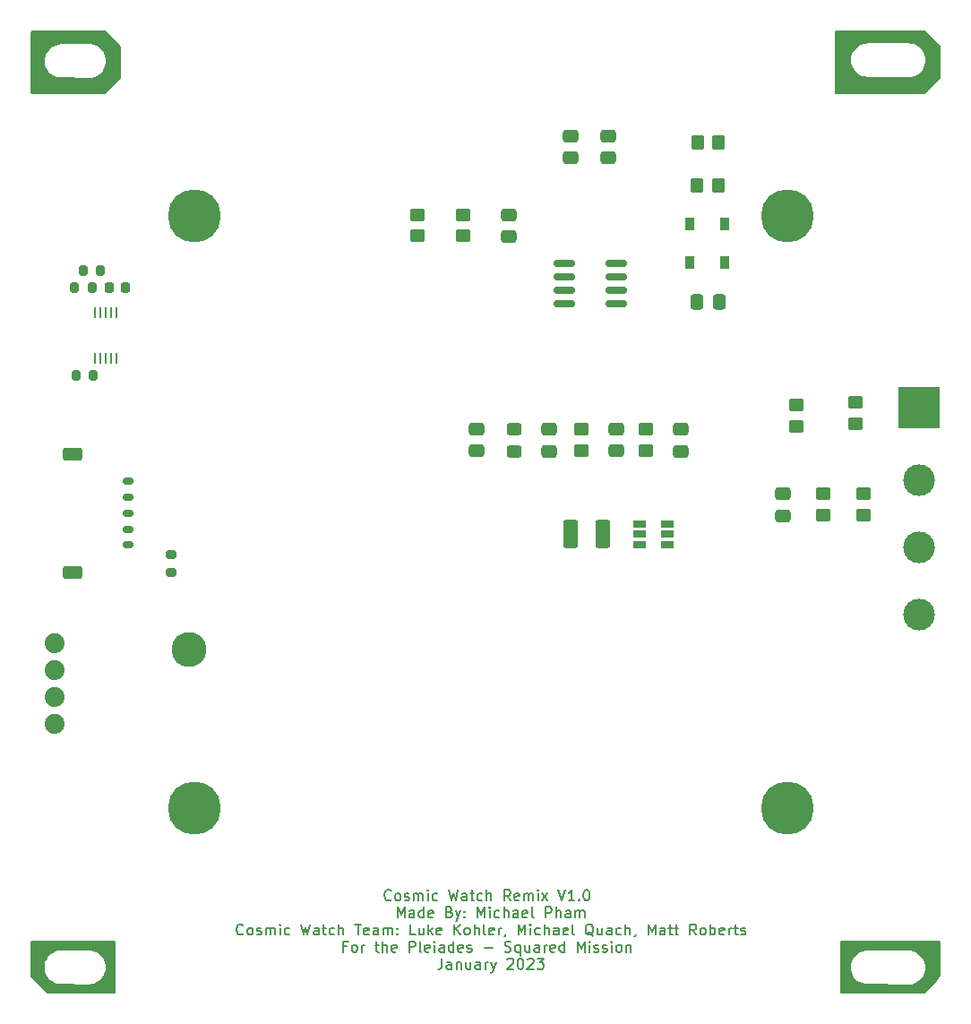
<source format=gbr>
%TF.GenerationSoftware,KiCad,Pcbnew,7.0.1-0*%
%TF.CreationDate,2023-03-22T23:36:25-07:00*%
%TF.ProjectId,Cosmic_Watch_Rev7_Nano_Revised,436f736d-6963-45f5-9761-7463685f5265,6.1*%
%TF.SameCoordinates,Original*%
%TF.FileFunction,Soldermask,Top*%
%TF.FilePolarity,Negative*%
%FSLAX46Y46*%
G04 Gerber Fmt 4.6, Leading zero omitted, Abs format (unit mm)*
G04 Created by KiCad (PCBNEW 7.0.1-0) date 2023-03-22 23:36:25*
%MOMM*%
%LPD*%
G01*
G04 APERTURE LIST*
G04 Aperture macros list*
%AMRoundRect*
0 Rectangle with rounded corners*
0 $1 Rounding radius*
0 $2 $3 $4 $5 $6 $7 $8 $9 X,Y pos of 4 corners*
0 Add a 4 corners polygon primitive as box body*
4,1,4,$2,$3,$4,$5,$6,$7,$8,$9,$2,$3,0*
0 Add four circle primitives for the rounded corners*
1,1,$1+$1,$2,$3*
1,1,$1+$1,$4,$5*
1,1,$1+$1,$6,$7*
1,1,$1+$1,$8,$9*
0 Add four rect primitives between the rounded corners*
20,1,$1+$1,$2,$3,$4,$5,0*
20,1,$1+$1,$4,$5,$6,$7,0*
20,1,$1+$1,$6,$7,$8,$9,0*
20,1,$1+$1,$8,$9,$2,$3,0*%
G04 Aperture macros list end*
%ADD10C,0.150000*%
%ADD11RoundRect,0.250000X0.337500X0.475000X-0.337500X0.475000X-0.337500X-0.475000X0.337500X-0.475000X0*%
%ADD12RoundRect,0.250000X-0.475000X0.337500X-0.475000X-0.337500X0.475000X-0.337500X0.475000X0.337500X0*%
%ADD13RoundRect,0.249999X-0.450001X0.350001X-0.450001X-0.350001X0.450001X-0.350001X0.450001X0.350001X0*%
%ADD14RoundRect,0.250000X0.475000X-0.337500X0.475000X0.337500X-0.475000X0.337500X-0.475000X-0.337500X0*%
%ADD15C,5.000000*%
%ADD16RoundRect,0.200000X0.200000X0.275000X-0.200000X0.275000X-0.200000X-0.275000X0.200000X-0.275000X0*%
%ADD17R,1.220000X0.650000*%
%ADD18C,1.879600*%
%ADD19RoundRect,0.150000X-0.350000X0.150000X-0.350000X-0.150000X0.350000X-0.150000X0.350000X0.150000X0*%
%ADD20RoundRect,0.250000X-0.650000X0.375000X-0.650000X-0.375000X0.650000X-0.375000X0.650000X0.375000X0*%
%ADD21C,3.000000*%
%ADD22RoundRect,0.250000X-0.462500X-1.075000X0.462500X-1.075000X0.462500X1.075000X-0.462500X1.075000X0*%
%ADD23RoundRect,0.249999X0.450001X-0.350001X0.450001X0.350001X-0.450001X0.350001X-0.450001X-0.350001X0*%
%ADD24C,3.301600*%
%ADD25R,4.000000X4.000000*%
%ADD26RoundRect,0.200000X-0.275000X0.200000X-0.275000X-0.200000X0.275000X-0.200000X0.275000X0.200000X0*%
%ADD27RoundRect,0.225000X-0.225000X-0.250000X0.225000X-0.250000X0.225000X0.250000X-0.225000X0.250000X0*%
%ADD28RoundRect,0.249999X0.450001X-0.325001X0.450001X0.325001X-0.450001X0.325001X-0.450001X-0.325001X0*%
%ADD29RoundRect,0.249999X0.350001X0.450001X-0.350001X0.450001X-0.350001X-0.450001X0.350001X-0.450001X0*%
%ADD30RoundRect,0.200000X-0.200000X-0.275000X0.200000X-0.275000X0.200000X0.275000X-0.200000X0.275000X0*%
%ADD31RoundRect,0.150000X0.825000X0.150000X-0.825000X0.150000X-0.825000X-0.150000X0.825000X-0.150000X0*%
%ADD32R,0.900000X1.200000*%
%ADD33R,0.250000X1.100000*%
G04 APERTURE END LIST*
D10*
X193867618Y-130707380D02*
X193819999Y-130755000D01*
X193819999Y-130755000D02*
X193677142Y-130802619D01*
X193677142Y-130802619D02*
X193581904Y-130802619D01*
X193581904Y-130802619D02*
X193439047Y-130755000D01*
X193439047Y-130755000D02*
X193343809Y-130659761D01*
X193343809Y-130659761D02*
X193296190Y-130564523D01*
X193296190Y-130564523D02*
X193248571Y-130374047D01*
X193248571Y-130374047D02*
X193248571Y-130231190D01*
X193248571Y-130231190D02*
X193296190Y-130040714D01*
X193296190Y-130040714D02*
X193343809Y-129945476D01*
X193343809Y-129945476D02*
X193439047Y-129850238D01*
X193439047Y-129850238D02*
X193581904Y-129802619D01*
X193581904Y-129802619D02*
X193677142Y-129802619D01*
X193677142Y-129802619D02*
X193819999Y-129850238D01*
X193819999Y-129850238D02*
X193867618Y-129897857D01*
X194439047Y-130802619D02*
X194343809Y-130755000D01*
X194343809Y-130755000D02*
X194296190Y-130707380D01*
X194296190Y-130707380D02*
X194248571Y-130612142D01*
X194248571Y-130612142D02*
X194248571Y-130326428D01*
X194248571Y-130326428D02*
X194296190Y-130231190D01*
X194296190Y-130231190D02*
X194343809Y-130183571D01*
X194343809Y-130183571D02*
X194439047Y-130135952D01*
X194439047Y-130135952D02*
X194581904Y-130135952D01*
X194581904Y-130135952D02*
X194677142Y-130183571D01*
X194677142Y-130183571D02*
X194724761Y-130231190D01*
X194724761Y-130231190D02*
X194772380Y-130326428D01*
X194772380Y-130326428D02*
X194772380Y-130612142D01*
X194772380Y-130612142D02*
X194724761Y-130707380D01*
X194724761Y-130707380D02*
X194677142Y-130755000D01*
X194677142Y-130755000D02*
X194581904Y-130802619D01*
X194581904Y-130802619D02*
X194439047Y-130802619D01*
X195153333Y-130755000D02*
X195248571Y-130802619D01*
X195248571Y-130802619D02*
X195439047Y-130802619D01*
X195439047Y-130802619D02*
X195534285Y-130755000D01*
X195534285Y-130755000D02*
X195581904Y-130659761D01*
X195581904Y-130659761D02*
X195581904Y-130612142D01*
X195581904Y-130612142D02*
X195534285Y-130516904D01*
X195534285Y-130516904D02*
X195439047Y-130469285D01*
X195439047Y-130469285D02*
X195296190Y-130469285D01*
X195296190Y-130469285D02*
X195200952Y-130421666D01*
X195200952Y-130421666D02*
X195153333Y-130326428D01*
X195153333Y-130326428D02*
X195153333Y-130278809D01*
X195153333Y-130278809D02*
X195200952Y-130183571D01*
X195200952Y-130183571D02*
X195296190Y-130135952D01*
X195296190Y-130135952D02*
X195439047Y-130135952D01*
X195439047Y-130135952D02*
X195534285Y-130183571D01*
X196010476Y-130802619D02*
X196010476Y-130135952D01*
X196010476Y-130231190D02*
X196058095Y-130183571D01*
X196058095Y-130183571D02*
X196153333Y-130135952D01*
X196153333Y-130135952D02*
X196296190Y-130135952D01*
X196296190Y-130135952D02*
X196391428Y-130183571D01*
X196391428Y-130183571D02*
X196439047Y-130278809D01*
X196439047Y-130278809D02*
X196439047Y-130802619D01*
X196439047Y-130278809D02*
X196486666Y-130183571D01*
X196486666Y-130183571D02*
X196581904Y-130135952D01*
X196581904Y-130135952D02*
X196724761Y-130135952D01*
X196724761Y-130135952D02*
X196820000Y-130183571D01*
X196820000Y-130183571D02*
X196867619Y-130278809D01*
X196867619Y-130278809D02*
X196867619Y-130802619D01*
X197343809Y-130802619D02*
X197343809Y-130135952D01*
X197343809Y-129802619D02*
X197296190Y-129850238D01*
X197296190Y-129850238D02*
X197343809Y-129897857D01*
X197343809Y-129897857D02*
X197391428Y-129850238D01*
X197391428Y-129850238D02*
X197343809Y-129802619D01*
X197343809Y-129802619D02*
X197343809Y-129897857D01*
X198248570Y-130755000D02*
X198153332Y-130802619D01*
X198153332Y-130802619D02*
X197962856Y-130802619D01*
X197962856Y-130802619D02*
X197867618Y-130755000D01*
X197867618Y-130755000D02*
X197819999Y-130707380D01*
X197819999Y-130707380D02*
X197772380Y-130612142D01*
X197772380Y-130612142D02*
X197772380Y-130326428D01*
X197772380Y-130326428D02*
X197819999Y-130231190D01*
X197819999Y-130231190D02*
X197867618Y-130183571D01*
X197867618Y-130183571D02*
X197962856Y-130135952D01*
X197962856Y-130135952D02*
X198153332Y-130135952D01*
X198153332Y-130135952D02*
X198248570Y-130183571D01*
X199343809Y-129802619D02*
X199581904Y-130802619D01*
X199581904Y-130802619D02*
X199772380Y-130088333D01*
X199772380Y-130088333D02*
X199962856Y-130802619D01*
X199962856Y-130802619D02*
X200200952Y-129802619D01*
X201010475Y-130802619D02*
X201010475Y-130278809D01*
X201010475Y-130278809D02*
X200962856Y-130183571D01*
X200962856Y-130183571D02*
X200867618Y-130135952D01*
X200867618Y-130135952D02*
X200677142Y-130135952D01*
X200677142Y-130135952D02*
X200581904Y-130183571D01*
X201010475Y-130755000D02*
X200915237Y-130802619D01*
X200915237Y-130802619D02*
X200677142Y-130802619D01*
X200677142Y-130802619D02*
X200581904Y-130755000D01*
X200581904Y-130755000D02*
X200534285Y-130659761D01*
X200534285Y-130659761D02*
X200534285Y-130564523D01*
X200534285Y-130564523D02*
X200581904Y-130469285D01*
X200581904Y-130469285D02*
X200677142Y-130421666D01*
X200677142Y-130421666D02*
X200915237Y-130421666D01*
X200915237Y-130421666D02*
X201010475Y-130374047D01*
X201343809Y-130135952D02*
X201724761Y-130135952D01*
X201486666Y-129802619D02*
X201486666Y-130659761D01*
X201486666Y-130659761D02*
X201534285Y-130755000D01*
X201534285Y-130755000D02*
X201629523Y-130802619D01*
X201629523Y-130802619D02*
X201724761Y-130802619D01*
X202486666Y-130755000D02*
X202391428Y-130802619D01*
X202391428Y-130802619D02*
X202200952Y-130802619D01*
X202200952Y-130802619D02*
X202105714Y-130755000D01*
X202105714Y-130755000D02*
X202058095Y-130707380D01*
X202058095Y-130707380D02*
X202010476Y-130612142D01*
X202010476Y-130612142D02*
X202010476Y-130326428D01*
X202010476Y-130326428D02*
X202058095Y-130231190D01*
X202058095Y-130231190D02*
X202105714Y-130183571D01*
X202105714Y-130183571D02*
X202200952Y-130135952D01*
X202200952Y-130135952D02*
X202391428Y-130135952D01*
X202391428Y-130135952D02*
X202486666Y-130183571D01*
X202915238Y-130802619D02*
X202915238Y-129802619D01*
X203343809Y-130802619D02*
X203343809Y-130278809D01*
X203343809Y-130278809D02*
X203296190Y-130183571D01*
X203296190Y-130183571D02*
X203200952Y-130135952D01*
X203200952Y-130135952D02*
X203058095Y-130135952D01*
X203058095Y-130135952D02*
X202962857Y-130183571D01*
X202962857Y-130183571D02*
X202915238Y-130231190D01*
X205153333Y-130802619D02*
X204820000Y-130326428D01*
X204581905Y-130802619D02*
X204581905Y-129802619D01*
X204581905Y-129802619D02*
X204962857Y-129802619D01*
X204962857Y-129802619D02*
X205058095Y-129850238D01*
X205058095Y-129850238D02*
X205105714Y-129897857D01*
X205105714Y-129897857D02*
X205153333Y-129993095D01*
X205153333Y-129993095D02*
X205153333Y-130135952D01*
X205153333Y-130135952D02*
X205105714Y-130231190D01*
X205105714Y-130231190D02*
X205058095Y-130278809D01*
X205058095Y-130278809D02*
X204962857Y-130326428D01*
X204962857Y-130326428D02*
X204581905Y-130326428D01*
X205962857Y-130755000D02*
X205867619Y-130802619D01*
X205867619Y-130802619D02*
X205677143Y-130802619D01*
X205677143Y-130802619D02*
X205581905Y-130755000D01*
X205581905Y-130755000D02*
X205534286Y-130659761D01*
X205534286Y-130659761D02*
X205534286Y-130278809D01*
X205534286Y-130278809D02*
X205581905Y-130183571D01*
X205581905Y-130183571D02*
X205677143Y-130135952D01*
X205677143Y-130135952D02*
X205867619Y-130135952D01*
X205867619Y-130135952D02*
X205962857Y-130183571D01*
X205962857Y-130183571D02*
X206010476Y-130278809D01*
X206010476Y-130278809D02*
X206010476Y-130374047D01*
X206010476Y-130374047D02*
X205534286Y-130469285D01*
X206439048Y-130802619D02*
X206439048Y-130135952D01*
X206439048Y-130231190D02*
X206486667Y-130183571D01*
X206486667Y-130183571D02*
X206581905Y-130135952D01*
X206581905Y-130135952D02*
X206724762Y-130135952D01*
X206724762Y-130135952D02*
X206820000Y-130183571D01*
X206820000Y-130183571D02*
X206867619Y-130278809D01*
X206867619Y-130278809D02*
X206867619Y-130802619D01*
X206867619Y-130278809D02*
X206915238Y-130183571D01*
X206915238Y-130183571D02*
X207010476Y-130135952D01*
X207010476Y-130135952D02*
X207153333Y-130135952D01*
X207153333Y-130135952D02*
X207248572Y-130183571D01*
X207248572Y-130183571D02*
X207296191Y-130278809D01*
X207296191Y-130278809D02*
X207296191Y-130802619D01*
X207772381Y-130802619D02*
X207772381Y-130135952D01*
X207772381Y-129802619D02*
X207724762Y-129850238D01*
X207724762Y-129850238D02*
X207772381Y-129897857D01*
X207772381Y-129897857D02*
X207820000Y-129850238D01*
X207820000Y-129850238D02*
X207772381Y-129802619D01*
X207772381Y-129802619D02*
X207772381Y-129897857D01*
X208153333Y-130802619D02*
X208677142Y-130135952D01*
X208153333Y-130135952D02*
X208677142Y-130802619D01*
X209677143Y-129802619D02*
X210010476Y-130802619D01*
X210010476Y-130802619D02*
X210343809Y-129802619D01*
X211200952Y-130802619D02*
X210629524Y-130802619D01*
X210915238Y-130802619D02*
X210915238Y-129802619D01*
X210915238Y-129802619D02*
X210820000Y-129945476D01*
X210820000Y-129945476D02*
X210724762Y-130040714D01*
X210724762Y-130040714D02*
X210629524Y-130088333D01*
X211629524Y-130707380D02*
X211677143Y-130755000D01*
X211677143Y-130755000D02*
X211629524Y-130802619D01*
X211629524Y-130802619D02*
X211581905Y-130755000D01*
X211581905Y-130755000D02*
X211629524Y-130707380D01*
X211629524Y-130707380D02*
X211629524Y-130802619D01*
X212296190Y-129802619D02*
X212391428Y-129802619D01*
X212391428Y-129802619D02*
X212486666Y-129850238D01*
X212486666Y-129850238D02*
X212534285Y-129897857D01*
X212534285Y-129897857D02*
X212581904Y-129993095D01*
X212581904Y-129993095D02*
X212629523Y-130183571D01*
X212629523Y-130183571D02*
X212629523Y-130421666D01*
X212629523Y-130421666D02*
X212581904Y-130612142D01*
X212581904Y-130612142D02*
X212534285Y-130707380D01*
X212534285Y-130707380D02*
X212486666Y-130755000D01*
X212486666Y-130755000D02*
X212391428Y-130802619D01*
X212391428Y-130802619D02*
X212296190Y-130802619D01*
X212296190Y-130802619D02*
X212200952Y-130755000D01*
X212200952Y-130755000D02*
X212153333Y-130707380D01*
X212153333Y-130707380D02*
X212105714Y-130612142D01*
X212105714Y-130612142D02*
X212058095Y-130421666D01*
X212058095Y-130421666D02*
X212058095Y-130183571D01*
X212058095Y-130183571D02*
X212105714Y-129993095D01*
X212105714Y-129993095D02*
X212153333Y-129897857D01*
X212153333Y-129897857D02*
X212200952Y-129850238D01*
X212200952Y-129850238D02*
X212296190Y-129802619D01*
X194486666Y-132422619D02*
X194486666Y-131422619D01*
X194486666Y-131422619D02*
X194819999Y-132136904D01*
X194819999Y-132136904D02*
X195153332Y-131422619D01*
X195153332Y-131422619D02*
X195153332Y-132422619D01*
X196058094Y-132422619D02*
X196058094Y-131898809D01*
X196058094Y-131898809D02*
X196010475Y-131803571D01*
X196010475Y-131803571D02*
X195915237Y-131755952D01*
X195915237Y-131755952D02*
X195724761Y-131755952D01*
X195724761Y-131755952D02*
X195629523Y-131803571D01*
X196058094Y-132375000D02*
X195962856Y-132422619D01*
X195962856Y-132422619D02*
X195724761Y-132422619D01*
X195724761Y-132422619D02*
X195629523Y-132375000D01*
X195629523Y-132375000D02*
X195581904Y-132279761D01*
X195581904Y-132279761D02*
X195581904Y-132184523D01*
X195581904Y-132184523D02*
X195629523Y-132089285D01*
X195629523Y-132089285D02*
X195724761Y-132041666D01*
X195724761Y-132041666D02*
X195962856Y-132041666D01*
X195962856Y-132041666D02*
X196058094Y-131994047D01*
X196962856Y-132422619D02*
X196962856Y-131422619D01*
X196962856Y-132375000D02*
X196867618Y-132422619D01*
X196867618Y-132422619D02*
X196677142Y-132422619D01*
X196677142Y-132422619D02*
X196581904Y-132375000D01*
X196581904Y-132375000D02*
X196534285Y-132327380D01*
X196534285Y-132327380D02*
X196486666Y-132232142D01*
X196486666Y-132232142D02*
X196486666Y-131946428D01*
X196486666Y-131946428D02*
X196534285Y-131851190D01*
X196534285Y-131851190D02*
X196581904Y-131803571D01*
X196581904Y-131803571D02*
X196677142Y-131755952D01*
X196677142Y-131755952D02*
X196867618Y-131755952D01*
X196867618Y-131755952D02*
X196962856Y-131803571D01*
X197819999Y-132375000D02*
X197724761Y-132422619D01*
X197724761Y-132422619D02*
X197534285Y-132422619D01*
X197534285Y-132422619D02*
X197439047Y-132375000D01*
X197439047Y-132375000D02*
X197391428Y-132279761D01*
X197391428Y-132279761D02*
X197391428Y-131898809D01*
X197391428Y-131898809D02*
X197439047Y-131803571D01*
X197439047Y-131803571D02*
X197534285Y-131755952D01*
X197534285Y-131755952D02*
X197724761Y-131755952D01*
X197724761Y-131755952D02*
X197819999Y-131803571D01*
X197819999Y-131803571D02*
X197867618Y-131898809D01*
X197867618Y-131898809D02*
X197867618Y-131994047D01*
X197867618Y-131994047D02*
X197391428Y-132089285D01*
X199391428Y-131898809D02*
X199534285Y-131946428D01*
X199534285Y-131946428D02*
X199581904Y-131994047D01*
X199581904Y-131994047D02*
X199629523Y-132089285D01*
X199629523Y-132089285D02*
X199629523Y-132232142D01*
X199629523Y-132232142D02*
X199581904Y-132327380D01*
X199581904Y-132327380D02*
X199534285Y-132375000D01*
X199534285Y-132375000D02*
X199439047Y-132422619D01*
X199439047Y-132422619D02*
X199058095Y-132422619D01*
X199058095Y-132422619D02*
X199058095Y-131422619D01*
X199058095Y-131422619D02*
X199391428Y-131422619D01*
X199391428Y-131422619D02*
X199486666Y-131470238D01*
X199486666Y-131470238D02*
X199534285Y-131517857D01*
X199534285Y-131517857D02*
X199581904Y-131613095D01*
X199581904Y-131613095D02*
X199581904Y-131708333D01*
X199581904Y-131708333D02*
X199534285Y-131803571D01*
X199534285Y-131803571D02*
X199486666Y-131851190D01*
X199486666Y-131851190D02*
X199391428Y-131898809D01*
X199391428Y-131898809D02*
X199058095Y-131898809D01*
X199962857Y-131755952D02*
X200200952Y-132422619D01*
X200439047Y-131755952D02*
X200200952Y-132422619D01*
X200200952Y-132422619D02*
X200105714Y-132660714D01*
X200105714Y-132660714D02*
X200058095Y-132708333D01*
X200058095Y-132708333D02*
X199962857Y-132755952D01*
X200820000Y-132327380D02*
X200867619Y-132375000D01*
X200867619Y-132375000D02*
X200820000Y-132422619D01*
X200820000Y-132422619D02*
X200772381Y-132375000D01*
X200772381Y-132375000D02*
X200820000Y-132327380D01*
X200820000Y-132327380D02*
X200820000Y-132422619D01*
X200820000Y-131803571D02*
X200867619Y-131851190D01*
X200867619Y-131851190D02*
X200820000Y-131898809D01*
X200820000Y-131898809D02*
X200772381Y-131851190D01*
X200772381Y-131851190D02*
X200820000Y-131803571D01*
X200820000Y-131803571D02*
X200820000Y-131898809D01*
X202058095Y-132422619D02*
X202058095Y-131422619D01*
X202058095Y-131422619D02*
X202391428Y-132136904D01*
X202391428Y-132136904D02*
X202724761Y-131422619D01*
X202724761Y-131422619D02*
X202724761Y-132422619D01*
X203200952Y-132422619D02*
X203200952Y-131755952D01*
X203200952Y-131422619D02*
X203153333Y-131470238D01*
X203153333Y-131470238D02*
X203200952Y-131517857D01*
X203200952Y-131517857D02*
X203248571Y-131470238D01*
X203248571Y-131470238D02*
X203200952Y-131422619D01*
X203200952Y-131422619D02*
X203200952Y-131517857D01*
X204105713Y-132375000D02*
X204010475Y-132422619D01*
X204010475Y-132422619D02*
X203819999Y-132422619D01*
X203819999Y-132422619D02*
X203724761Y-132375000D01*
X203724761Y-132375000D02*
X203677142Y-132327380D01*
X203677142Y-132327380D02*
X203629523Y-132232142D01*
X203629523Y-132232142D02*
X203629523Y-131946428D01*
X203629523Y-131946428D02*
X203677142Y-131851190D01*
X203677142Y-131851190D02*
X203724761Y-131803571D01*
X203724761Y-131803571D02*
X203819999Y-131755952D01*
X203819999Y-131755952D02*
X204010475Y-131755952D01*
X204010475Y-131755952D02*
X204105713Y-131803571D01*
X204534285Y-132422619D02*
X204534285Y-131422619D01*
X204962856Y-132422619D02*
X204962856Y-131898809D01*
X204962856Y-131898809D02*
X204915237Y-131803571D01*
X204915237Y-131803571D02*
X204819999Y-131755952D01*
X204819999Y-131755952D02*
X204677142Y-131755952D01*
X204677142Y-131755952D02*
X204581904Y-131803571D01*
X204581904Y-131803571D02*
X204534285Y-131851190D01*
X205867618Y-132422619D02*
X205867618Y-131898809D01*
X205867618Y-131898809D02*
X205819999Y-131803571D01*
X205819999Y-131803571D02*
X205724761Y-131755952D01*
X205724761Y-131755952D02*
X205534285Y-131755952D01*
X205534285Y-131755952D02*
X205439047Y-131803571D01*
X205867618Y-132375000D02*
X205772380Y-132422619D01*
X205772380Y-132422619D02*
X205534285Y-132422619D01*
X205534285Y-132422619D02*
X205439047Y-132375000D01*
X205439047Y-132375000D02*
X205391428Y-132279761D01*
X205391428Y-132279761D02*
X205391428Y-132184523D01*
X205391428Y-132184523D02*
X205439047Y-132089285D01*
X205439047Y-132089285D02*
X205534285Y-132041666D01*
X205534285Y-132041666D02*
X205772380Y-132041666D01*
X205772380Y-132041666D02*
X205867618Y-131994047D01*
X206724761Y-132375000D02*
X206629523Y-132422619D01*
X206629523Y-132422619D02*
X206439047Y-132422619D01*
X206439047Y-132422619D02*
X206343809Y-132375000D01*
X206343809Y-132375000D02*
X206296190Y-132279761D01*
X206296190Y-132279761D02*
X206296190Y-131898809D01*
X206296190Y-131898809D02*
X206343809Y-131803571D01*
X206343809Y-131803571D02*
X206439047Y-131755952D01*
X206439047Y-131755952D02*
X206629523Y-131755952D01*
X206629523Y-131755952D02*
X206724761Y-131803571D01*
X206724761Y-131803571D02*
X206772380Y-131898809D01*
X206772380Y-131898809D02*
X206772380Y-131994047D01*
X206772380Y-131994047D02*
X206296190Y-132089285D01*
X207343809Y-132422619D02*
X207248571Y-132375000D01*
X207248571Y-132375000D02*
X207200952Y-132279761D01*
X207200952Y-132279761D02*
X207200952Y-131422619D01*
X208486667Y-132422619D02*
X208486667Y-131422619D01*
X208486667Y-131422619D02*
X208867619Y-131422619D01*
X208867619Y-131422619D02*
X208962857Y-131470238D01*
X208962857Y-131470238D02*
X209010476Y-131517857D01*
X209010476Y-131517857D02*
X209058095Y-131613095D01*
X209058095Y-131613095D02*
X209058095Y-131755952D01*
X209058095Y-131755952D02*
X209010476Y-131851190D01*
X209010476Y-131851190D02*
X208962857Y-131898809D01*
X208962857Y-131898809D02*
X208867619Y-131946428D01*
X208867619Y-131946428D02*
X208486667Y-131946428D01*
X209486667Y-132422619D02*
X209486667Y-131422619D01*
X209915238Y-132422619D02*
X209915238Y-131898809D01*
X209915238Y-131898809D02*
X209867619Y-131803571D01*
X209867619Y-131803571D02*
X209772381Y-131755952D01*
X209772381Y-131755952D02*
X209629524Y-131755952D01*
X209629524Y-131755952D02*
X209534286Y-131803571D01*
X209534286Y-131803571D02*
X209486667Y-131851190D01*
X210820000Y-132422619D02*
X210820000Y-131898809D01*
X210820000Y-131898809D02*
X210772381Y-131803571D01*
X210772381Y-131803571D02*
X210677143Y-131755952D01*
X210677143Y-131755952D02*
X210486667Y-131755952D01*
X210486667Y-131755952D02*
X210391429Y-131803571D01*
X210820000Y-132375000D02*
X210724762Y-132422619D01*
X210724762Y-132422619D02*
X210486667Y-132422619D01*
X210486667Y-132422619D02*
X210391429Y-132375000D01*
X210391429Y-132375000D02*
X210343810Y-132279761D01*
X210343810Y-132279761D02*
X210343810Y-132184523D01*
X210343810Y-132184523D02*
X210391429Y-132089285D01*
X210391429Y-132089285D02*
X210486667Y-132041666D01*
X210486667Y-132041666D02*
X210724762Y-132041666D01*
X210724762Y-132041666D02*
X210820000Y-131994047D01*
X211296191Y-132422619D02*
X211296191Y-131755952D01*
X211296191Y-131851190D02*
X211343810Y-131803571D01*
X211343810Y-131803571D02*
X211439048Y-131755952D01*
X211439048Y-131755952D02*
X211581905Y-131755952D01*
X211581905Y-131755952D02*
X211677143Y-131803571D01*
X211677143Y-131803571D02*
X211724762Y-131898809D01*
X211724762Y-131898809D02*
X211724762Y-132422619D01*
X211724762Y-131898809D02*
X211772381Y-131803571D01*
X211772381Y-131803571D02*
X211867619Y-131755952D01*
X211867619Y-131755952D02*
X212010476Y-131755952D01*
X212010476Y-131755952D02*
X212105715Y-131803571D01*
X212105715Y-131803571D02*
X212153334Y-131898809D01*
X212153334Y-131898809D02*
X212153334Y-132422619D01*
X179891425Y-133947380D02*
X179843806Y-133995000D01*
X179843806Y-133995000D02*
X179700949Y-134042619D01*
X179700949Y-134042619D02*
X179605711Y-134042619D01*
X179605711Y-134042619D02*
X179462854Y-133995000D01*
X179462854Y-133995000D02*
X179367616Y-133899761D01*
X179367616Y-133899761D02*
X179319997Y-133804523D01*
X179319997Y-133804523D02*
X179272378Y-133614047D01*
X179272378Y-133614047D02*
X179272378Y-133471190D01*
X179272378Y-133471190D02*
X179319997Y-133280714D01*
X179319997Y-133280714D02*
X179367616Y-133185476D01*
X179367616Y-133185476D02*
X179462854Y-133090238D01*
X179462854Y-133090238D02*
X179605711Y-133042619D01*
X179605711Y-133042619D02*
X179700949Y-133042619D01*
X179700949Y-133042619D02*
X179843806Y-133090238D01*
X179843806Y-133090238D02*
X179891425Y-133137857D01*
X180462854Y-134042619D02*
X180367616Y-133995000D01*
X180367616Y-133995000D02*
X180319997Y-133947380D01*
X180319997Y-133947380D02*
X180272378Y-133852142D01*
X180272378Y-133852142D02*
X180272378Y-133566428D01*
X180272378Y-133566428D02*
X180319997Y-133471190D01*
X180319997Y-133471190D02*
X180367616Y-133423571D01*
X180367616Y-133423571D02*
X180462854Y-133375952D01*
X180462854Y-133375952D02*
X180605711Y-133375952D01*
X180605711Y-133375952D02*
X180700949Y-133423571D01*
X180700949Y-133423571D02*
X180748568Y-133471190D01*
X180748568Y-133471190D02*
X180796187Y-133566428D01*
X180796187Y-133566428D02*
X180796187Y-133852142D01*
X180796187Y-133852142D02*
X180748568Y-133947380D01*
X180748568Y-133947380D02*
X180700949Y-133995000D01*
X180700949Y-133995000D02*
X180605711Y-134042619D01*
X180605711Y-134042619D02*
X180462854Y-134042619D01*
X181177140Y-133995000D02*
X181272378Y-134042619D01*
X181272378Y-134042619D02*
X181462854Y-134042619D01*
X181462854Y-134042619D02*
X181558092Y-133995000D01*
X181558092Y-133995000D02*
X181605711Y-133899761D01*
X181605711Y-133899761D02*
X181605711Y-133852142D01*
X181605711Y-133852142D02*
X181558092Y-133756904D01*
X181558092Y-133756904D02*
X181462854Y-133709285D01*
X181462854Y-133709285D02*
X181319997Y-133709285D01*
X181319997Y-133709285D02*
X181224759Y-133661666D01*
X181224759Y-133661666D02*
X181177140Y-133566428D01*
X181177140Y-133566428D02*
X181177140Y-133518809D01*
X181177140Y-133518809D02*
X181224759Y-133423571D01*
X181224759Y-133423571D02*
X181319997Y-133375952D01*
X181319997Y-133375952D02*
X181462854Y-133375952D01*
X181462854Y-133375952D02*
X181558092Y-133423571D01*
X182034283Y-134042619D02*
X182034283Y-133375952D01*
X182034283Y-133471190D02*
X182081902Y-133423571D01*
X182081902Y-133423571D02*
X182177140Y-133375952D01*
X182177140Y-133375952D02*
X182319997Y-133375952D01*
X182319997Y-133375952D02*
X182415235Y-133423571D01*
X182415235Y-133423571D02*
X182462854Y-133518809D01*
X182462854Y-133518809D02*
X182462854Y-134042619D01*
X182462854Y-133518809D02*
X182510473Y-133423571D01*
X182510473Y-133423571D02*
X182605711Y-133375952D01*
X182605711Y-133375952D02*
X182748568Y-133375952D01*
X182748568Y-133375952D02*
X182843807Y-133423571D01*
X182843807Y-133423571D02*
X182891426Y-133518809D01*
X182891426Y-133518809D02*
X182891426Y-134042619D01*
X183367616Y-134042619D02*
X183367616Y-133375952D01*
X183367616Y-133042619D02*
X183319997Y-133090238D01*
X183319997Y-133090238D02*
X183367616Y-133137857D01*
X183367616Y-133137857D02*
X183415235Y-133090238D01*
X183415235Y-133090238D02*
X183367616Y-133042619D01*
X183367616Y-133042619D02*
X183367616Y-133137857D01*
X184272377Y-133995000D02*
X184177139Y-134042619D01*
X184177139Y-134042619D02*
X183986663Y-134042619D01*
X183986663Y-134042619D02*
X183891425Y-133995000D01*
X183891425Y-133995000D02*
X183843806Y-133947380D01*
X183843806Y-133947380D02*
X183796187Y-133852142D01*
X183796187Y-133852142D02*
X183796187Y-133566428D01*
X183796187Y-133566428D02*
X183843806Y-133471190D01*
X183843806Y-133471190D02*
X183891425Y-133423571D01*
X183891425Y-133423571D02*
X183986663Y-133375952D01*
X183986663Y-133375952D02*
X184177139Y-133375952D01*
X184177139Y-133375952D02*
X184272377Y-133423571D01*
X185367616Y-133042619D02*
X185605711Y-134042619D01*
X185605711Y-134042619D02*
X185796187Y-133328333D01*
X185796187Y-133328333D02*
X185986663Y-134042619D01*
X185986663Y-134042619D02*
X186224759Y-133042619D01*
X187034282Y-134042619D02*
X187034282Y-133518809D01*
X187034282Y-133518809D02*
X186986663Y-133423571D01*
X186986663Y-133423571D02*
X186891425Y-133375952D01*
X186891425Y-133375952D02*
X186700949Y-133375952D01*
X186700949Y-133375952D02*
X186605711Y-133423571D01*
X187034282Y-133995000D02*
X186939044Y-134042619D01*
X186939044Y-134042619D02*
X186700949Y-134042619D01*
X186700949Y-134042619D02*
X186605711Y-133995000D01*
X186605711Y-133995000D02*
X186558092Y-133899761D01*
X186558092Y-133899761D02*
X186558092Y-133804523D01*
X186558092Y-133804523D02*
X186605711Y-133709285D01*
X186605711Y-133709285D02*
X186700949Y-133661666D01*
X186700949Y-133661666D02*
X186939044Y-133661666D01*
X186939044Y-133661666D02*
X187034282Y-133614047D01*
X187367616Y-133375952D02*
X187748568Y-133375952D01*
X187510473Y-133042619D02*
X187510473Y-133899761D01*
X187510473Y-133899761D02*
X187558092Y-133995000D01*
X187558092Y-133995000D02*
X187653330Y-134042619D01*
X187653330Y-134042619D02*
X187748568Y-134042619D01*
X188510473Y-133995000D02*
X188415235Y-134042619D01*
X188415235Y-134042619D02*
X188224759Y-134042619D01*
X188224759Y-134042619D02*
X188129521Y-133995000D01*
X188129521Y-133995000D02*
X188081902Y-133947380D01*
X188081902Y-133947380D02*
X188034283Y-133852142D01*
X188034283Y-133852142D02*
X188034283Y-133566428D01*
X188034283Y-133566428D02*
X188081902Y-133471190D01*
X188081902Y-133471190D02*
X188129521Y-133423571D01*
X188129521Y-133423571D02*
X188224759Y-133375952D01*
X188224759Y-133375952D02*
X188415235Y-133375952D01*
X188415235Y-133375952D02*
X188510473Y-133423571D01*
X188939045Y-134042619D02*
X188939045Y-133042619D01*
X189367616Y-134042619D02*
X189367616Y-133518809D01*
X189367616Y-133518809D02*
X189319997Y-133423571D01*
X189319997Y-133423571D02*
X189224759Y-133375952D01*
X189224759Y-133375952D02*
X189081902Y-133375952D01*
X189081902Y-133375952D02*
X188986664Y-133423571D01*
X188986664Y-133423571D02*
X188939045Y-133471190D01*
X190462855Y-133042619D02*
X191034283Y-133042619D01*
X190748569Y-134042619D02*
X190748569Y-133042619D01*
X191748569Y-133995000D02*
X191653331Y-134042619D01*
X191653331Y-134042619D02*
X191462855Y-134042619D01*
X191462855Y-134042619D02*
X191367617Y-133995000D01*
X191367617Y-133995000D02*
X191319998Y-133899761D01*
X191319998Y-133899761D02*
X191319998Y-133518809D01*
X191319998Y-133518809D02*
X191367617Y-133423571D01*
X191367617Y-133423571D02*
X191462855Y-133375952D01*
X191462855Y-133375952D02*
X191653331Y-133375952D01*
X191653331Y-133375952D02*
X191748569Y-133423571D01*
X191748569Y-133423571D02*
X191796188Y-133518809D01*
X191796188Y-133518809D02*
X191796188Y-133614047D01*
X191796188Y-133614047D02*
X191319998Y-133709285D01*
X192653331Y-134042619D02*
X192653331Y-133518809D01*
X192653331Y-133518809D02*
X192605712Y-133423571D01*
X192605712Y-133423571D02*
X192510474Y-133375952D01*
X192510474Y-133375952D02*
X192319998Y-133375952D01*
X192319998Y-133375952D02*
X192224760Y-133423571D01*
X192653331Y-133995000D02*
X192558093Y-134042619D01*
X192558093Y-134042619D02*
X192319998Y-134042619D01*
X192319998Y-134042619D02*
X192224760Y-133995000D01*
X192224760Y-133995000D02*
X192177141Y-133899761D01*
X192177141Y-133899761D02*
X192177141Y-133804523D01*
X192177141Y-133804523D02*
X192224760Y-133709285D01*
X192224760Y-133709285D02*
X192319998Y-133661666D01*
X192319998Y-133661666D02*
X192558093Y-133661666D01*
X192558093Y-133661666D02*
X192653331Y-133614047D01*
X193129522Y-134042619D02*
X193129522Y-133375952D01*
X193129522Y-133471190D02*
X193177141Y-133423571D01*
X193177141Y-133423571D02*
X193272379Y-133375952D01*
X193272379Y-133375952D02*
X193415236Y-133375952D01*
X193415236Y-133375952D02*
X193510474Y-133423571D01*
X193510474Y-133423571D02*
X193558093Y-133518809D01*
X193558093Y-133518809D02*
X193558093Y-134042619D01*
X193558093Y-133518809D02*
X193605712Y-133423571D01*
X193605712Y-133423571D02*
X193700950Y-133375952D01*
X193700950Y-133375952D02*
X193843807Y-133375952D01*
X193843807Y-133375952D02*
X193939046Y-133423571D01*
X193939046Y-133423571D02*
X193986665Y-133518809D01*
X193986665Y-133518809D02*
X193986665Y-134042619D01*
X194462855Y-133947380D02*
X194510474Y-133995000D01*
X194510474Y-133995000D02*
X194462855Y-134042619D01*
X194462855Y-134042619D02*
X194415236Y-133995000D01*
X194415236Y-133995000D02*
X194462855Y-133947380D01*
X194462855Y-133947380D02*
X194462855Y-134042619D01*
X194462855Y-133423571D02*
X194510474Y-133471190D01*
X194510474Y-133471190D02*
X194462855Y-133518809D01*
X194462855Y-133518809D02*
X194415236Y-133471190D01*
X194415236Y-133471190D02*
X194462855Y-133423571D01*
X194462855Y-133423571D02*
X194462855Y-133518809D01*
X196177140Y-134042619D02*
X195700950Y-134042619D01*
X195700950Y-134042619D02*
X195700950Y-133042619D01*
X196939045Y-133375952D02*
X196939045Y-134042619D01*
X196510474Y-133375952D02*
X196510474Y-133899761D01*
X196510474Y-133899761D02*
X196558093Y-133995000D01*
X196558093Y-133995000D02*
X196653331Y-134042619D01*
X196653331Y-134042619D02*
X196796188Y-134042619D01*
X196796188Y-134042619D02*
X196891426Y-133995000D01*
X196891426Y-133995000D02*
X196939045Y-133947380D01*
X197415236Y-134042619D02*
X197415236Y-133042619D01*
X197510474Y-133661666D02*
X197796188Y-134042619D01*
X197796188Y-133375952D02*
X197415236Y-133756904D01*
X198605712Y-133995000D02*
X198510474Y-134042619D01*
X198510474Y-134042619D02*
X198319998Y-134042619D01*
X198319998Y-134042619D02*
X198224760Y-133995000D01*
X198224760Y-133995000D02*
X198177141Y-133899761D01*
X198177141Y-133899761D02*
X198177141Y-133518809D01*
X198177141Y-133518809D02*
X198224760Y-133423571D01*
X198224760Y-133423571D02*
X198319998Y-133375952D01*
X198319998Y-133375952D02*
X198510474Y-133375952D01*
X198510474Y-133375952D02*
X198605712Y-133423571D01*
X198605712Y-133423571D02*
X198653331Y-133518809D01*
X198653331Y-133518809D02*
X198653331Y-133614047D01*
X198653331Y-133614047D02*
X198177141Y-133709285D01*
X199843808Y-134042619D02*
X199843808Y-133042619D01*
X200415236Y-134042619D02*
X199986665Y-133471190D01*
X200415236Y-133042619D02*
X199843808Y-133614047D01*
X200986665Y-134042619D02*
X200891427Y-133995000D01*
X200891427Y-133995000D02*
X200843808Y-133947380D01*
X200843808Y-133947380D02*
X200796189Y-133852142D01*
X200796189Y-133852142D02*
X200796189Y-133566428D01*
X200796189Y-133566428D02*
X200843808Y-133471190D01*
X200843808Y-133471190D02*
X200891427Y-133423571D01*
X200891427Y-133423571D02*
X200986665Y-133375952D01*
X200986665Y-133375952D02*
X201129522Y-133375952D01*
X201129522Y-133375952D02*
X201224760Y-133423571D01*
X201224760Y-133423571D02*
X201272379Y-133471190D01*
X201272379Y-133471190D02*
X201319998Y-133566428D01*
X201319998Y-133566428D02*
X201319998Y-133852142D01*
X201319998Y-133852142D02*
X201272379Y-133947380D01*
X201272379Y-133947380D02*
X201224760Y-133995000D01*
X201224760Y-133995000D02*
X201129522Y-134042619D01*
X201129522Y-134042619D02*
X200986665Y-134042619D01*
X201748570Y-134042619D02*
X201748570Y-133042619D01*
X202177141Y-134042619D02*
X202177141Y-133518809D01*
X202177141Y-133518809D02*
X202129522Y-133423571D01*
X202129522Y-133423571D02*
X202034284Y-133375952D01*
X202034284Y-133375952D02*
X201891427Y-133375952D01*
X201891427Y-133375952D02*
X201796189Y-133423571D01*
X201796189Y-133423571D02*
X201748570Y-133471190D01*
X202796189Y-134042619D02*
X202700951Y-133995000D01*
X202700951Y-133995000D02*
X202653332Y-133899761D01*
X202653332Y-133899761D02*
X202653332Y-133042619D01*
X203558094Y-133995000D02*
X203462856Y-134042619D01*
X203462856Y-134042619D02*
X203272380Y-134042619D01*
X203272380Y-134042619D02*
X203177142Y-133995000D01*
X203177142Y-133995000D02*
X203129523Y-133899761D01*
X203129523Y-133899761D02*
X203129523Y-133518809D01*
X203129523Y-133518809D02*
X203177142Y-133423571D01*
X203177142Y-133423571D02*
X203272380Y-133375952D01*
X203272380Y-133375952D02*
X203462856Y-133375952D01*
X203462856Y-133375952D02*
X203558094Y-133423571D01*
X203558094Y-133423571D02*
X203605713Y-133518809D01*
X203605713Y-133518809D02*
X203605713Y-133614047D01*
X203605713Y-133614047D02*
X203129523Y-133709285D01*
X204034285Y-134042619D02*
X204034285Y-133375952D01*
X204034285Y-133566428D02*
X204081904Y-133471190D01*
X204081904Y-133471190D02*
X204129523Y-133423571D01*
X204129523Y-133423571D02*
X204224761Y-133375952D01*
X204224761Y-133375952D02*
X204319999Y-133375952D01*
X204700952Y-133995000D02*
X204700952Y-134042619D01*
X204700952Y-134042619D02*
X204653333Y-134137857D01*
X204653333Y-134137857D02*
X204605714Y-134185476D01*
X205891428Y-134042619D02*
X205891428Y-133042619D01*
X205891428Y-133042619D02*
X206224761Y-133756904D01*
X206224761Y-133756904D02*
X206558094Y-133042619D01*
X206558094Y-133042619D02*
X206558094Y-134042619D01*
X207034285Y-134042619D02*
X207034285Y-133375952D01*
X207034285Y-133042619D02*
X206986666Y-133090238D01*
X206986666Y-133090238D02*
X207034285Y-133137857D01*
X207034285Y-133137857D02*
X207081904Y-133090238D01*
X207081904Y-133090238D02*
X207034285Y-133042619D01*
X207034285Y-133042619D02*
X207034285Y-133137857D01*
X207939046Y-133995000D02*
X207843808Y-134042619D01*
X207843808Y-134042619D02*
X207653332Y-134042619D01*
X207653332Y-134042619D02*
X207558094Y-133995000D01*
X207558094Y-133995000D02*
X207510475Y-133947380D01*
X207510475Y-133947380D02*
X207462856Y-133852142D01*
X207462856Y-133852142D02*
X207462856Y-133566428D01*
X207462856Y-133566428D02*
X207510475Y-133471190D01*
X207510475Y-133471190D02*
X207558094Y-133423571D01*
X207558094Y-133423571D02*
X207653332Y-133375952D01*
X207653332Y-133375952D02*
X207843808Y-133375952D01*
X207843808Y-133375952D02*
X207939046Y-133423571D01*
X208367618Y-134042619D02*
X208367618Y-133042619D01*
X208796189Y-134042619D02*
X208796189Y-133518809D01*
X208796189Y-133518809D02*
X208748570Y-133423571D01*
X208748570Y-133423571D02*
X208653332Y-133375952D01*
X208653332Y-133375952D02*
X208510475Y-133375952D01*
X208510475Y-133375952D02*
X208415237Y-133423571D01*
X208415237Y-133423571D02*
X208367618Y-133471190D01*
X209700951Y-134042619D02*
X209700951Y-133518809D01*
X209700951Y-133518809D02*
X209653332Y-133423571D01*
X209653332Y-133423571D02*
X209558094Y-133375952D01*
X209558094Y-133375952D02*
X209367618Y-133375952D01*
X209367618Y-133375952D02*
X209272380Y-133423571D01*
X209700951Y-133995000D02*
X209605713Y-134042619D01*
X209605713Y-134042619D02*
X209367618Y-134042619D01*
X209367618Y-134042619D02*
X209272380Y-133995000D01*
X209272380Y-133995000D02*
X209224761Y-133899761D01*
X209224761Y-133899761D02*
X209224761Y-133804523D01*
X209224761Y-133804523D02*
X209272380Y-133709285D01*
X209272380Y-133709285D02*
X209367618Y-133661666D01*
X209367618Y-133661666D02*
X209605713Y-133661666D01*
X209605713Y-133661666D02*
X209700951Y-133614047D01*
X210558094Y-133995000D02*
X210462856Y-134042619D01*
X210462856Y-134042619D02*
X210272380Y-134042619D01*
X210272380Y-134042619D02*
X210177142Y-133995000D01*
X210177142Y-133995000D02*
X210129523Y-133899761D01*
X210129523Y-133899761D02*
X210129523Y-133518809D01*
X210129523Y-133518809D02*
X210177142Y-133423571D01*
X210177142Y-133423571D02*
X210272380Y-133375952D01*
X210272380Y-133375952D02*
X210462856Y-133375952D01*
X210462856Y-133375952D02*
X210558094Y-133423571D01*
X210558094Y-133423571D02*
X210605713Y-133518809D01*
X210605713Y-133518809D02*
X210605713Y-133614047D01*
X210605713Y-133614047D02*
X210129523Y-133709285D01*
X211177142Y-134042619D02*
X211081904Y-133995000D01*
X211081904Y-133995000D02*
X211034285Y-133899761D01*
X211034285Y-133899761D02*
X211034285Y-133042619D01*
X212986666Y-134137857D02*
X212891428Y-134090238D01*
X212891428Y-134090238D02*
X212796190Y-133995000D01*
X212796190Y-133995000D02*
X212653333Y-133852142D01*
X212653333Y-133852142D02*
X212558095Y-133804523D01*
X212558095Y-133804523D02*
X212462857Y-133804523D01*
X212510476Y-134042619D02*
X212415238Y-133995000D01*
X212415238Y-133995000D02*
X212320000Y-133899761D01*
X212320000Y-133899761D02*
X212272381Y-133709285D01*
X212272381Y-133709285D02*
X212272381Y-133375952D01*
X212272381Y-133375952D02*
X212320000Y-133185476D01*
X212320000Y-133185476D02*
X212415238Y-133090238D01*
X212415238Y-133090238D02*
X212510476Y-133042619D01*
X212510476Y-133042619D02*
X212700952Y-133042619D01*
X212700952Y-133042619D02*
X212796190Y-133090238D01*
X212796190Y-133090238D02*
X212891428Y-133185476D01*
X212891428Y-133185476D02*
X212939047Y-133375952D01*
X212939047Y-133375952D02*
X212939047Y-133709285D01*
X212939047Y-133709285D02*
X212891428Y-133899761D01*
X212891428Y-133899761D02*
X212796190Y-133995000D01*
X212796190Y-133995000D02*
X212700952Y-134042619D01*
X212700952Y-134042619D02*
X212510476Y-134042619D01*
X213796190Y-133375952D02*
X213796190Y-134042619D01*
X213367619Y-133375952D02*
X213367619Y-133899761D01*
X213367619Y-133899761D02*
X213415238Y-133995000D01*
X213415238Y-133995000D02*
X213510476Y-134042619D01*
X213510476Y-134042619D02*
X213653333Y-134042619D01*
X213653333Y-134042619D02*
X213748571Y-133995000D01*
X213748571Y-133995000D02*
X213796190Y-133947380D01*
X214700952Y-134042619D02*
X214700952Y-133518809D01*
X214700952Y-133518809D02*
X214653333Y-133423571D01*
X214653333Y-133423571D02*
X214558095Y-133375952D01*
X214558095Y-133375952D02*
X214367619Y-133375952D01*
X214367619Y-133375952D02*
X214272381Y-133423571D01*
X214700952Y-133995000D02*
X214605714Y-134042619D01*
X214605714Y-134042619D02*
X214367619Y-134042619D01*
X214367619Y-134042619D02*
X214272381Y-133995000D01*
X214272381Y-133995000D02*
X214224762Y-133899761D01*
X214224762Y-133899761D02*
X214224762Y-133804523D01*
X214224762Y-133804523D02*
X214272381Y-133709285D01*
X214272381Y-133709285D02*
X214367619Y-133661666D01*
X214367619Y-133661666D02*
X214605714Y-133661666D01*
X214605714Y-133661666D02*
X214700952Y-133614047D01*
X215605714Y-133995000D02*
X215510476Y-134042619D01*
X215510476Y-134042619D02*
X215320000Y-134042619D01*
X215320000Y-134042619D02*
X215224762Y-133995000D01*
X215224762Y-133995000D02*
X215177143Y-133947380D01*
X215177143Y-133947380D02*
X215129524Y-133852142D01*
X215129524Y-133852142D02*
X215129524Y-133566428D01*
X215129524Y-133566428D02*
X215177143Y-133471190D01*
X215177143Y-133471190D02*
X215224762Y-133423571D01*
X215224762Y-133423571D02*
X215320000Y-133375952D01*
X215320000Y-133375952D02*
X215510476Y-133375952D01*
X215510476Y-133375952D02*
X215605714Y-133423571D01*
X216034286Y-134042619D02*
X216034286Y-133042619D01*
X216462857Y-134042619D02*
X216462857Y-133518809D01*
X216462857Y-133518809D02*
X216415238Y-133423571D01*
X216415238Y-133423571D02*
X216320000Y-133375952D01*
X216320000Y-133375952D02*
X216177143Y-133375952D01*
X216177143Y-133375952D02*
X216081905Y-133423571D01*
X216081905Y-133423571D02*
X216034286Y-133471190D01*
X216986667Y-133995000D02*
X216986667Y-134042619D01*
X216986667Y-134042619D02*
X216939048Y-134137857D01*
X216939048Y-134137857D02*
X216891429Y-134185476D01*
X218177143Y-134042619D02*
X218177143Y-133042619D01*
X218177143Y-133042619D02*
X218510476Y-133756904D01*
X218510476Y-133756904D02*
X218843809Y-133042619D01*
X218843809Y-133042619D02*
X218843809Y-134042619D01*
X219748571Y-134042619D02*
X219748571Y-133518809D01*
X219748571Y-133518809D02*
X219700952Y-133423571D01*
X219700952Y-133423571D02*
X219605714Y-133375952D01*
X219605714Y-133375952D02*
X219415238Y-133375952D01*
X219415238Y-133375952D02*
X219320000Y-133423571D01*
X219748571Y-133995000D02*
X219653333Y-134042619D01*
X219653333Y-134042619D02*
X219415238Y-134042619D01*
X219415238Y-134042619D02*
X219320000Y-133995000D01*
X219320000Y-133995000D02*
X219272381Y-133899761D01*
X219272381Y-133899761D02*
X219272381Y-133804523D01*
X219272381Y-133804523D02*
X219320000Y-133709285D01*
X219320000Y-133709285D02*
X219415238Y-133661666D01*
X219415238Y-133661666D02*
X219653333Y-133661666D01*
X219653333Y-133661666D02*
X219748571Y-133614047D01*
X220081905Y-133375952D02*
X220462857Y-133375952D01*
X220224762Y-133042619D02*
X220224762Y-133899761D01*
X220224762Y-133899761D02*
X220272381Y-133995000D01*
X220272381Y-133995000D02*
X220367619Y-134042619D01*
X220367619Y-134042619D02*
X220462857Y-134042619D01*
X220653334Y-133375952D02*
X221034286Y-133375952D01*
X220796191Y-133042619D02*
X220796191Y-133899761D01*
X220796191Y-133899761D02*
X220843810Y-133995000D01*
X220843810Y-133995000D02*
X220939048Y-134042619D01*
X220939048Y-134042619D02*
X221034286Y-134042619D01*
X222700953Y-134042619D02*
X222367620Y-133566428D01*
X222129525Y-134042619D02*
X222129525Y-133042619D01*
X222129525Y-133042619D02*
X222510477Y-133042619D01*
X222510477Y-133042619D02*
X222605715Y-133090238D01*
X222605715Y-133090238D02*
X222653334Y-133137857D01*
X222653334Y-133137857D02*
X222700953Y-133233095D01*
X222700953Y-133233095D02*
X222700953Y-133375952D01*
X222700953Y-133375952D02*
X222653334Y-133471190D01*
X222653334Y-133471190D02*
X222605715Y-133518809D01*
X222605715Y-133518809D02*
X222510477Y-133566428D01*
X222510477Y-133566428D02*
X222129525Y-133566428D01*
X223272382Y-134042619D02*
X223177144Y-133995000D01*
X223177144Y-133995000D02*
X223129525Y-133947380D01*
X223129525Y-133947380D02*
X223081906Y-133852142D01*
X223081906Y-133852142D02*
X223081906Y-133566428D01*
X223081906Y-133566428D02*
X223129525Y-133471190D01*
X223129525Y-133471190D02*
X223177144Y-133423571D01*
X223177144Y-133423571D02*
X223272382Y-133375952D01*
X223272382Y-133375952D02*
X223415239Y-133375952D01*
X223415239Y-133375952D02*
X223510477Y-133423571D01*
X223510477Y-133423571D02*
X223558096Y-133471190D01*
X223558096Y-133471190D02*
X223605715Y-133566428D01*
X223605715Y-133566428D02*
X223605715Y-133852142D01*
X223605715Y-133852142D02*
X223558096Y-133947380D01*
X223558096Y-133947380D02*
X223510477Y-133995000D01*
X223510477Y-133995000D02*
X223415239Y-134042619D01*
X223415239Y-134042619D02*
X223272382Y-134042619D01*
X224034287Y-134042619D02*
X224034287Y-133042619D01*
X224034287Y-133423571D02*
X224129525Y-133375952D01*
X224129525Y-133375952D02*
X224320001Y-133375952D01*
X224320001Y-133375952D02*
X224415239Y-133423571D01*
X224415239Y-133423571D02*
X224462858Y-133471190D01*
X224462858Y-133471190D02*
X224510477Y-133566428D01*
X224510477Y-133566428D02*
X224510477Y-133852142D01*
X224510477Y-133852142D02*
X224462858Y-133947380D01*
X224462858Y-133947380D02*
X224415239Y-133995000D01*
X224415239Y-133995000D02*
X224320001Y-134042619D01*
X224320001Y-134042619D02*
X224129525Y-134042619D01*
X224129525Y-134042619D02*
X224034287Y-133995000D01*
X225320001Y-133995000D02*
X225224763Y-134042619D01*
X225224763Y-134042619D02*
X225034287Y-134042619D01*
X225034287Y-134042619D02*
X224939049Y-133995000D01*
X224939049Y-133995000D02*
X224891430Y-133899761D01*
X224891430Y-133899761D02*
X224891430Y-133518809D01*
X224891430Y-133518809D02*
X224939049Y-133423571D01*
X224939049Y-133423571D02*
X225034287Y-133375952D01*
X225034287Y-133375952D02*
X225224763Y-133375952D01*
X225224763Y-133375952D02*
X225320001Y-133423571D01*
X225320001Y-133423571D02*
X225367620Y-133518809D01*
X225367620Y-133518809D02*
X225367620Y-133614047D01*
X225367620Y-133614047D02*
X224891430Y-133709285D01*
X225796192Y-134042619D02*
X225796192Y-133375952D01*
X225796192Y-133566428D02*
X225843811Y-133471190D01*
X225843811Y-133471190D02*
X225891430Y-133423571D01*
X225891430Y-133423571D02*
X225986668Y-133375952D01*
X225986668Y-133375952D02*
X226081906Y-133375952D01*
X226272383Y-133375952D02*
X226653335Y-133375952D01*
X226415240Y-133042619D02*
X226415240Y-133899761D01*
X226415240Y-133899761D02*
X226462859Y-133995000D01*
X226462859Y-133995000D02*
X226558097Y-134042619D01*
X226558097Y-134042619D02*
X226653335Y-134042619D01*
X226939050Y-133995000D02*
X227034288Y-134042619D01*
X227034288Y-134042619D02*
X227224764Y-134042619D01*
X227224764Y-134042619D02*
X227320002Y-133995000D01*
X227320002Y-133995000D02*
X227367621Y-133899761D01*
X227367621Y-133899761D02*
X227367621Y-133852142D01*
X227367621Y-133852142D02*
X227320002Y-133756904D01*
X227320002Y-133756904D02*
X227224764Y-133709285D01*
X227224764Y-133709285D02*
X227081907Y-133709285D01*
X227081907Y-133709285D02*
X226986669Y-133661666D01*
X226986669Y-133661666D02*
X226939050Y-133566428D01*
X226939050Y-133566428D02*
X226939050Y-133518809D01*
X226939050Y-133518809D02*
X226986669Y-133423571D01*
X226986669Y-133423571D02*
X227081907Y-133375952D01*
X227081907Y-133375952D02*
X227224764Y-133375952D01*
X227224764Y-133375952D02*
X227320002Y-133423571D01*
X189677141Y-135138809D02*
X189343808Y-135138809D01*
X189343808Y-135662619D02*
X189343808Y-134662619D01*
X189343808Y-134662619D02*
X189819998Y-134662619D01*
X190343808Y-135662619D02*
X190248570Y-135615000D01*
X190248570Y-135615000D02*
X190200951Y-135567380D01*
X190200951Y-135567380D02*
X190153332Y-135472142D01*
X190153332Y-135472142D02*
X190153332Y-135186428D01*
X190153332Y-135186428D02*
X190200951Y-135091190D01*
X190200951Y-135091190D02*
X190248570Y-135043571D01*
X190248570Y-135043571D02*
X190343808Y-134995952D01*
X190343808Y-134995952D02*
X190486665Y-134995952D01*
X190486665Y-134995952D02*
X190581903Y-135043571D01*
X190581903Y-135043571D02*
X190629522Y-135091190D01*
X190629522Y-135091190D02*
X190677141Y-135186428D01*
X190677141Y-135186428D02*
X190677141Y-135472142D01*
X190677141Y-135472142D02*
X190629522Y-135567380D01*
X190629522Y-135567380D02*
X190581903Y-135615000D01*
X190581903Y-135615000D02*
X190486665Y-135662619D01*
X190486665Y-135662619D02*
X190343808Y-135662619D01*
X191105713Y-135662619D02*
X191105713Y-134995952D01*
X191105713Y-135186428D02*
X191153332Y-135091190D01*
X191153332Y-135091190D02*
X191200951Y-135043571D01*
X191200951Y-135043571D02*
X191296189Y-134995952D01*
X191296189Y-134995952D02*
X191391427Y-134995952D01*
X192343809Y-134995952D02*
X192724761Y-134995952D01*
X192486666Y-134662619D02*
X192486666Y-135519761D01*
X192486666Y-135519761D02*
X192534285Y-135615000D01*
X192534285Y-135615000D02*
X192629523Y-135662619D01*
X192629523Y-135662619D02*
X192724761Y-135662619D01*
X193058095Y-135662619D02*
X193058095Y-134662619D01*
X193486666Y-135662619D02*
X193486666Y-135138809D01*
X193486666Y-135138809D02*
X193439047Y-135043571D01*
X193439047Y-135043571D02*
X193343809Y-134995952D01*
X193343809Y-134995952D02*
X193200952Y-134995952D01*
X193200952Y-134995952D02*
X193105714Y-135043571D01*
X193105714Y-135043571D02*
X193058095Y-135091190D01*
X194343809Y-135615000D02*
X194248571Y-135662619D01*
X194248571Y-135662619D02*
X194058095Y-135662619D01*
X194058095Y-135662619D02*
X193962857Y-135615000D01*
X193962857Y-135615000D02*
X193915238Y-135519761D01*
X193915238Y-135519761D02*
X193915238Y-135138809D01*
X193915238Y-135138809D02*
X193962857Y-135043571D01*
X193962857Y-135043571D02*
X194058095Y-134995952D01*
X194058095Y-134995952D02*
X194248571Y-134995952D01*
X194248571Y-134995952D02*
X194343809Y-135043571D01*
X194343809Y-135043571D02*
X194391428Y-135138809D01*
X194391428Y-135138809D02*
X194391428Y-135234047D01*
X194391428Y-135234047D02*
X193915238Y-135329285D01*
X195581905Y-135662619D02*
X195581905Y-134662619D01*
X195581905Y-134662619D02*
X195962857Y-134662619D01*
X195962857Y-134662619D02*
X196058095Y-134710238D01*
X196058095Y-134710238D02*
X196105714Y-134757857D01*
X196105714Y-134757857D02*
X196153333Y-134853095D01*
X196153333Y-134853095D02*
X196153333Y-134995952D01*
X196153333Y-134995952D02*
X196105714Y-135091190D01*
X196105714Y-135091190D02*
X196058095Y-135138809D01*
X196058095Y-135138809D02*
X195962857Y-135186428D01*
X195962857Y-135186428D02*
X195581905Y-135186428D01*
X196724762Y-135662619D02*
X196629524Y-135615000D01*
X196629524Y-135615000D02*
X196581905Y-135519761D01*
X196581905Y-135519761D02*
X196581905Y-134662619D01*
X197486667Y-135615000D02*
X197391429Y-135662619D01*
X197391429Y-135662619D02*
X197200953Y-135662619D01*
X197200953Y-135662619D02*
X197105715Y-135615000D01*
X197105715Y-135615000D02*
X197058096Y-135519761D01*
X197058096Y-135519761D02*
X197058096Y-135138809D01*
X197058096Y-135138809D02*
X197105715Y-135043571D01*
X197105715Y-135043571D02*
X197200953Y-134995952D01*
X197200953Y-134995952D02*
X197391429Y-134995952D01*
X197391429Y-134995952D02*
X197486667Y-135043571D01*
X197486667Y-135043571D02*
X197534286Y-135138809D01*
X197534286Y-135138809D02*
X197534286Y-135234047D01*
X197534286Y-135234047D02*
X197058096Y-135329285D01*
X197962858Y-135662619D02*
X197962858Y-134995952D01*
X197962858Y-134662619D02*
X197915239Y-134710238D01*
X197915239Y-134710238D02*
X197962858Y-134757857D01*
X197962858Y-134757857D02*
X198010477Y-134710238D01*
X198010477Y-134710238D02*
X197962858Y-134662619D01*
X197962858Y-134662619D02*
X197962858Y-134757857D01*
X198867619Y-135662619D02*
X198867619Y-135138809D01*
X198867619Y-135138809D02*
X198820000Y-135043571D01*
X198820000Y-135043571D02*
X198724762Y-134995952D01*
X198724762Y-134995952D02*
X198534286Y-134995952D01*
X198534286Y-134995952D02*
X198439048Y-135043571D01*
X198867619Y-135615000D02*
X198772381Y-135662619D01*
X198772381Y-135662619D02*
X198534286Y-135662619D01*
X198534286Y-135662619D02*
X198439048Y-135615000D01*
X198439048Y-135615000D02*
X198391429Y-135519761D01*
X198391429Y-135519761D02*
X198391429Y-135424523D01*
X198391429Y-135424523D02*
X198439048Y-135329285D01*
X198439048Y-135329285D02*
X198534286Y-135281666D01*
X198534286Y-135281666D02*
X198772381Y-135281666D01*
X198772381Y-135281666D02*
X198867619Y-135234047D01*
X199772381Y-135662619D02*
X199772381Y-134662619D01*
X199772381Y-135615000D02*
X199677143Y-135662619D01*
X199677143Y-135662619D02*
X199486667Y-135662619D01*
X199486667Y-135662619D02*
X199391429Y-135615000D01*
X199391429Y-135615000D02*
X199343810Y-135567380D01*
X199343810Y-135567380D02*
X199296191Y-135472142D01*
X199296191Y-135472142D02*
X199296191Y-135186428D01*
X199296191Y-135186428D02*
X199343810Y-135091190D01*
X199343810Y-135091190D02*
X199391429Y-135043571D01*
X199391429Y-135043571D02*
X199486667Y-134995952D01*
X199486667Y-134995952D02*
X199677143Y-134995952D01*
X199677143Y-134995952D02*
X199772381Y-135043571D01*
X200629524Y-135615000D02*
X200534286Y-135662619D01*
X200534286Y-135662619D02*
X200343810Y-135662619D01*
X200343810Y-135662619D02*
X200248572Y-135615000D01*
X200248572Y-135615000D02*
X200200953Y-135519761D01*
X200200953Y-135519761D02*
X200200953Y-135138809D01*
X200200953Y-135138809D02*
X200248572Y-135043571D01*
X200248572Y-135043571D02*
X200343810Y-134995952D01*
X200343810Y-134995952D02*
X200534286Y-134995952D01*
X200534286Y-134995952D02*
X200629524Y-135043571D01*
X200629524Y-135043571D02*
X200677143Y-135138809D01*
X200677143Y-135138809D02*
X200677143Y-135234047D01*
X200677143Y-135234047D02*
X200200953Y-135329285D01*
X201058096Y-135615000D02*
X201153334Y-135662619D01*
X201153334Y-135662619D02*
X201343810Y-135662619D01*
X201343810Y-135662619D02*
X201439048Y-135615000D01*
X201439048Y-135615000D02*
X201486667Y-135519761D01*
X201486667Y-135519761D02*
X201486667Y-135472142D01*
X201486667Y-135472142D02*
X201439048Y-135376904D01*
X201439048Y-135376904D02*
X201343810Y-135329285D01*
X201343810Y-135329285D02*
X201200953Y-135329285D01*
X201200953Y-135329285D02*
X201105715Y-135281666D01*
X201105715Y-135281666D02*
X201058096Y-135186428D01*
X201058096Y-135186428D02*
X201058096Y-135138809D01*
X201058096Y-135138809D02*
X201105715Y-135043571D01*
X201105715Y-135043571D02*
X201200953Y-134995952D01*
X201200953Y-134995952D02*
X201343810Y-134995952D01*
X201343810Y-134995952D02*
X201439048Y-135043571D01*
X202677144Y-135281666D02*
X203439049Y-135281666D01*
X204629525Y-135615000D02*
X204772382Y-135662619D01*
X204772382Y-135662619D02*
X205010477Y-135662619D01*
X205010477Y-135662619D02*
X205105715Y-135615000D01*
X205105715Y-135615000D02*
X205153334Y-135567380D01*
X205153334Y-135567380D02*
X205200953Y-135472142D01*
X205200953Y-135472142D02*
X205200953Y-135376904D01*
X205200953Y-135376904D02*
X205153334Y-135281666D01*
X205153334Y-135281666D02*
X205105715Y-135234047D01*
X205105715Y-135234047D02*
X205010477Y-135186428D01*
X205010477Y-135186428D02*
X204820001Y-135138809D01*
X204820001Y-135138809D02*
X204724763Y-135091190D01*
X204724763Y-135091190D02*
X204677144Y-135043571D01*
X204677144Y-135043571D02*
X204629525Y-134948333D01*
X204629525Y-134948333D02*
X204629525Y-134853095D01*
X204629525Y-134853095D02*
X204677144Y-134757857D01*
X204677144Y-134757857D02*
X204724763Y-134710238D01*
X204724763Y-134710238D02*
X204820001Y-134662619D01*
X204820001Y-134662619D02*
X205058096Y-134662619D01*
X205058096Y-134662619D02*
X205200953Y-134710238D01*
X206058096Y-134995952D02*
X206058096Y-135995952D01*
X206058096Y-135615000D02*
X205962858Y-135662619D01*
X205962858Y-135662619D02*
X205772382Y-135662619D01*
X205772382Y-135662619D02*
X205677144Y-135615000D01*
X205677144Y-135615000D02*
X205629525Y-135567380D01*
X205629525Y-135567380D02*
X205581906Y-135472142D01*
X205581906Y-135472142D02*
X205581906Y-135186428D01*
X205581906Y-135186428D02*
X205629525Y-135091190D01*
X205629525Y-135091190D02*
X205677144Y-135043571D01*
X205677144Y-135043571D02*
X205772382Y-134995952D01*
X205772382Y-134995952D02*
X205962858Y-134995952D01*
X205962858Y-134995952D02*
X206058096Y-135043571D01*
X206962858Y-134995952D02*
X206962858Y-135662619D01*
X206534287Y-134995952D02*
X206534287Y-135519761D01*
X206534287Y-135519761D02*
X206581906Y-135615000D01*
X206581906Y-135615000D02*
X206677144Y-135662619D01*
X206677144Y-135662619D02*
X206820001Y-135662619D01*
X206820001Y-135662619D02*
X206915239Y-135615000D01*
X206915239Y-135615000D02*
X206962858Y-135567380D01*
X207867620Y-135662619D02*
X207867620Y-135138809D01*
X207867620Y-135138809D02*
X207820001Y-135043571D01*
X207820001Y-135043571D02*
X207724763Y-134995952D01*
X207724763Y-134995952D02*
X207534287Y-134995952D01*
X207534287Y-134995952D02*
X207439049Y-135043571D01*
X207867620Y-135615000D02*
X207772382Y-135662619D01*
X207772382Y-135662619D02*
X207534287Y-135662619D01*
X207534287Y-135662619D02*
X207439049Y-135615000D01*
X207439049Y-135615000D02*
X207391430Y-135519761D01*
X207391430Y-135519761D02*
X207391430Y-135424523D01*
X207391430Y-135424523D02*
X207439049Y-135329285D01*
X207439049Y-135329285D02*
X207534287Y-135281666D01*
X207534287Y-135281666D02*
X207772382Y-135281666D01*
X207772382Y-135281666D02*
X207867620Y-135234047D01*
X208343811Y-135662619D02*
X208343811Y-134995952D01*
X208343811Y-135186428D02*
X208391430Y-135091190D01*
X208391430Y-135091190D02*
X208439049Y-135043571D01*
X208439049Y-135043571D02*
X208534287Y-134995952D01*
X208534287Y-134995952D02*
X208629525Y-134995952D01*
X209343811Y-135615000D02*
X209248573Y-135662619D01*
X209248573Y-135662619D02*
X209058097Y-135662619D01*
X209058097Y-135662619D02*
X208962859Y-135615000D01*
X208962859Y-135615000D02*
X208915240Y-135519761D01*
X208915240Y-135519761D02*
X208915240Y-135138809D01*
X208915240Y-135138809D02*
X208962859Y-135043571D01*
X208962859Y-135043571D02*
X209058097Y-134995952D01*
X209058097Y-134995952D02*
X209248573Y-134995952D01*
X209248573Y-134995952D02*
X209343811Y-135043571D01*
X209343811Y-135043571D02*
X209391430Y-135138809D01*
X209391430Y-135138809D02*
X209391430Y-135234047D01*
X209391430Y-135234047D02*
X208915240Y-135329285D01*
X210248573Y-135662619D02*
X210248573Y-134662619D01*
X210248573Y-135615000D02*
X210153335Y-135662619D01*
X210153335Y-135662619D02*
X209962859Y-135662619D01*
X209962859Y-135662619D02*
X209867621Y-135615000D01*
X209867621Y-135615000D02*
X209820002Y-135567380D01*
X209820002Y-135567380D02*
X209772383Y-135472142D01*
X209772383Y-135472142D02*
X209772383Y-135186428D01*
X209772383Y-135186428D02*
X209820002Y-135091190D01*
X209820002Y-135091190D02*
X209867621Y-135043571D01*
X209867621Y-135043571D02*
X209962859Y-134995952D01*
X209962859Y-134995952D02*
X210153335Y-134995952D01*
X210153335Y-134995952D02*
X210248573Y-135043571D01*
X211486669Y-135662619D02*
X211486669Y-134662619D01*
X211486669Y-134662619D02*
X211820002Y-135376904D01*
X211820002Y-135376904D02*
X212153335Y-134662619D01*
X212153335Y-134662619D02*
X212153335Y-135662619D01*
X212629526Y-135662619D02*
X212629526Y-134995952D01*
X212629526Y-134662619D02*
X212581907Y-134710238D01*
X212581907Y-134710238D02*
X212629526Y-134757857D01*
X212629526Y-134757857D02*
X212677145Y-134710238D01*
X212677145Y-134710238D02*
X212629526Y-134662619D01*
X212629526Y-134662619D02*
X212629526Y-134757857D01*
X213058097Y-135615000D02*
X213153335Y-135662619D01*
X213153335Y-135662619D02*
X213343811Y-135662619D01*
X213343811Y-135662619D02*
X213439049Y-135615000D01*
X213439049Y-135615000D02*
X213486668Y-135519761D01*
X213486668Y-135519761D02*
X213486668Y-135472142D01*
X213486668Y-135472142D02*
X213439049Y-135376904D01*
X213439049Y-135376904D02*
X213343811Y-135329285D01*
X213343811Y-135329285D02*
X213200954Y-135329285D01*
X213200954Y-135329285D02*
X213105716Y-135281666D01*
X213105716Y-135281666D02*
X213058097Y-135186428D01*
X213058097Y-135186428D02*
X213058097Y-135138809D01*
X213058097Y-135138809D02*
X213105716Y-135043571D01*
X213105716Y-135043571D02*
X213200954Y-134995952D01*
X213200954Y-134995952D02*
X213343811Y-134995952D01*
X213343811Y-134995952D02*
X213439049Y-135043571D01*
X213867621Y-135615000D02*
X213962859Y-135662619D01*
X213962859Y-135662619D02*
X214153335Y-135662619D01*
X214153335Y-135662619D02*
X214248573Y-135615000D01*
X214248573Y-135615000D02*
X214296192Y-135519761D01*
X214296192Y-135519761D02*
X214296192Y-135472142D01*
X214296192Y-135472142D02*
X214248573Y-135376904D01*
X214248573Y-135376904D02*
X214153335Y-135329285D01*
X214153335Y-135329285D02*
X214010478Y-135329285D01*
X214010478Y-135329285D02*
X213915240Y-135281666D01*
X213915240Y-135281666D02*
X213867621Y-135186428D01*
X213867621Y-135186428D02*
X213867621Y-135138809D01*
X213867621Y-135138809D02*
X213915240Y-135043571D01*
X213915240Y-135043571D02*
X214010478Y-134995952D01*
X214010478Y-134995952D02*
X214153335Y-134995952D01*
X214153335Y-134995952D02*
X214248573Y-135043571D01*
X214724764Y-135662619D02*
X214724764Y-134995952D01*
X214724764Y-134662619D02*
X214677145Y-134710238D01*
X214677145Y-134710238D02*
X214724764Y-134757857D01*
X214724764Y-134757857D02*
X214772383Y-134710238D01*
X214772383Y-134710238D02*
X214724764Y-134662619D01*
X214724764Y-134662619D02*
X214724764Y-134757857D01*
X215343811Y-135662619D02*
X215248573Y-135615000D01*
X215248573Y-135615000D02*
X215200954Y-135567380D01*
X215200954Y-135567380D02*
X215153335Y-135472142D01*
X215153335Y-135472142D02*
X215153335Y-135186428D01*
X215153335Y-135186428D02*
X215200954Y-135091190D01*
X215200954Y-135091190D02*
X215248573Y-135043571D01*
X215248573Y-135043571D02*
X215343811Y-134995952D01*
X215343811Y-134995952D02*
X215486668Y-134995952D01*
X215486668Y-134995952D02*
X215581906Y-135043571D01*
X215581906Y-135043571D02*
X215629525Y-135091190D01*
X215629525Y-135091190D02*
X215677144Y-135186428D01*
X215677144Y-135186428D02*
X215677144Y-135472142D01*
X215677144Y-135472142D02*
X215629525Y-135567380D01*
X215629525Y-135567380D02*
X215581906Y-135615000D01*
X215581906Y-135615000D02*
X215486668Y-135662619D01*
X215486668Y-135662619D02*
X215343811Y-135662619D01*
X216105716Y-134995952D02*
X216105716Y-135662619D01*
X216105716Y-135091190D02*
X216153335Y-135043571D01*
X216153335Y-135043571D02*
X216248573Y-134995952D01*
X216248573Y-134995952D02*
X216391430Y-134995952D01*
X216391430Y-134995952D02*
X216486668Y-135043571D01*
X216486668Y-135043571D02*
X216534287Y-135138809D01*
X216534287Y-135138809D02*
X216534287Y-135662619D01*
X198677142Y-136282619D02*
X198677142Y-136996904D01*
X198677142Y-136996904D02*
X198629523Y-137139761D01*
X198629523Y-137139761D02*
X198534285Y-137235000D01*
X198534285Y-137235000D02*
X198391428Y-137282619D01*
X198391428Y-137282619D02*
X198296190Y-137282619D01*
X199581904Y-137282619D02*
X199581904Y-136758809D01*
X199581904Y-136758809D02*
X199534285Y-136663571D01*
X199534285Y-136663571D02*
X199439047Y-136615952D01*
X199439047Y-136615952D02*
X199248571Y-136615952D01*
X199248571Y-136615952D02*
X199153333Y-136663571D01*
X199581904Y-137235000D02*
X199486666Y-137282619D01*
X199486666Y-137282619D02*
X199248571Y-137282619D01*
X199248571Y-137282619D02*
X199153333Y-137235000D01*
X199153333Y-137235000D02*
X199105714Y-137139761D01*
X199105714Y-137139761D02*
X199105714Y-137044523D01*
X199105714Y-137044523D02*
X199153333Y-136949285D01*
X199153333Y-136949285D02*
X199248571Y-136901666D01*
X199248571Y-136901666D02*
X199486666Y-136901666D01*
X199486666Y-136901666D02*
X199581904Y-136854047D01*
X200058095Y-136615952D02*
X200058095Y-137282619D01*
X200058095Y-136711190D02*
X200105714Y-136663571D01*
X200105714Y-136663571D02*
X200200952Y-136615952D01*
X200200952Y-136615952D02*
X200343809Y-136615952D01*
X200343809Y-136615952D02*
X200439047Y-136663571D01*
X200439047Y-136663571D02*
X200486666Y-136758809D01*
X200486666Y-136758809D02*
X200486666Y-137282619D01*
X201391428Y-136615952D02*
X201391428Y-137282619D01*
X200962857Y-136615952D02*
X200962857Y-137139761D01*
X200962857Y-137139761D02*
X201010476Y-137235000D01*
X201010476Y-137235000D02*
X201105714Y-137282619D01*
X201105714Y-137282619D02*
X201248571Y-137282619D01*
X201248571Y-137282619D02*
X201343809Y-137235000D01*
X201343809Y-137235000D02*
X201391428Y-137187380D01*
X202296190Y-137282619D02*
X202296190Y-136758809D01*
X202296190Y-136758809D02*
X202248571Y-136663571D01*
X202248571Y-136663571D02*
X202153333Y-136615952D01*
X202153333Y-136615952D02*
X201962857Y-136615952D01*
X201962857Y-136615952D02*
X201867619Y-136663571D01*
X202296190Y-137235000D02*
X202200952Y-137282619D01*
X202200952Y-137282619D02*
X201962857Y-137282619D01*
X201962857Y-137282619D02*
X201867619Y-137235000D01*
X201867619Y-137235000D02*
X201820000Y-137139761D01*
X201820000Y-137139761D02*
X201820000Y-137044523D01*
X201820000Y-137044523D02*
X201867619Y-136949285D01*
X201867619Y-136949285D02*
X201962857Y-136901666D01*
X201962857Y-136901666D02*
X202200952Y-136901666D01*
X202200952Y-136901666D02*
X202296190Y-136854047D01*
X202772381Y-137282619D02*
X202772381Y-136615952D01*
X202772381Y-136806428D02*
X202820000Y-136711190D01*
X202820000Y-136711190D02*
X202867619Y-136663571D01*
X202867619Y-136663571D02*
X202962857Y-136615952D01*
X202962857Y-136615952D02*
X203058095Y-136615952D01*
X203296191Y-136615952D02*
X203534286Y-137282619D01*
X203772381Y-136615952D02*
X203534286Y-137282619D01*
X203534286Y-137282619D02*
X203439048Y-137520714D01*
X203439048Y-137520714D02*
X203391429Y-137568333D01*
X203391429Y-137568333D02*
X203296191Y-137615952D01*
X204867620Y-136377857D02*
X204915239Y-136330238D01*
X204915239Y-136330238D02*
X205010477Y-136282619D01*
X205010477Y-136282619D02*
X205248572Y-136282619D01*
X205248572Y-136282619D02*
X205343810Y-136330238D01*
X205343810Y-136330238D02*
X205391429Y-136377857D01*
X205391429Y-136377857D02*
X205439048Y-136473095D01*
X205439048Y-136473095D02*
X205439048Y-136568333D01*
X205439048Y-136568333D02*
X205391429Y-136711190D01*
X205391429Y-136711190D02*
X204820001Y-137282619D01*
X204820001Y-137282619D02*
X205439048Y-137282619D01*
X206058096Y-136282619D02*
X206153334Y-136282619D01*
X206153334Y-136282619D02*
X206248572Y-136330238D01*
X206248572Y-136330238D02*
X206296191Y-136377857D01*
X206296191Y-136377857D02*
X206343810Y-136473095D01*
X206343810Y-136473095D02*
X206391429Y-136663571D01*
X206391429Y-136663571D02*
X206391429Y-136901666D01*
X206391429Y-136901666D02*
X206343810Y-137092142D01*
X206343810Y-137092142D02*
X206296191Y-137187380D01*
X206296191Y-137187380D02*
X206248572Y-137235000D01*
X206248572Y-137235000D02*
X206153334Y-137282619D01*
X206153334Y-137282619D02*
X206058096Y-137282619D01*
X206058096Y-137282619D02*
X205962858Y-137235000D01*
X205962858Y-137235000D02*
X205915239Y-137187380D01*
X205915239Y-137187380D02*
X205867620Y-137092142D01*
X205867620Y-137092142D02*
X205820001Y-136901666D01*
X205820001Y-136901666D02*
X205820001Y-136663571D01*
X205820001Y-136663571D02*
X205867620Y-136473095D01*
X205867620Y-136473095D02*
X205915239Y-136377857D01*
X205915239Y-136377857D02*
X205962858Y-136330238D01*
X205962858Y-136330238D02*
X206058096Y-136282619D01*
X206772382Y-136377857D02*
X206820001Y-136330238D01*
X206820001Y-136330238D02*
X206915239Y-136282619D01*
X206915239Y-136282619D02*
X207153334Y-136282619D01*
X207153334Y-136282619D02*
X207248572Y-136330238D01*
X207248572Y-136330238D02*
X207296191Y-136377857D01*
X207296191Y-136377857D02*
X207343810Y-136473095D01*
X207343810Y-136473095D02*
X207343810Y-136568333D01*
X207343810Y-136568333D02*
X207296191Y-136711190D01*
X207296191Y-136711190D02*
X206724763Y-137282619D01*
X206724763Y-137282619D02*
X207343810Y-137282619D01*
X207677144Y-136282619D02*
X208296191Y-136282619D01*
X208296191Y-136282619D02*
X207962858Y-136663571D01*
X207962858Y-136663571D02*
X208105715Y-136663571D01*
X208105715Y-136663571D02*
X208200953Y-136711190D01*
X208200953Y-136711190D02*
X208248572Y-136758809D01*
X208248572Y-136758809D02*
X208296191Y-136854047D01*
X208296191Y-136854047D02*
X208296191Y-137092142D01*
X208296191Y-137092142D02*
X208248572Y-137187380D01*
X208248572Y-137187380D02*
X208200953Y-137235000D01*
X208200953Y-137235000D02*
X208105715Y-137282619D01*
X208105715Y-137282619D02*
X207820001Y-137282619D01*
X207820001Y-137282619D02*
X207724763Y-137235000D01*
X207724763Y-137235000D02*
X207677144Y-137187380D01*
D11*
%TO.C,C6*%
X224855500Y-74264400D03*
X222780500Y-74264400D03*
%TD*%
D12*
%TO.C,C5*%
X210880000Y-58562500D03*
X210880000Y-60637500D03*
%TD*%
D13*
%TO.C,R20*%
X232216000Y-83983800D03*
X232216000Y-85983800D03*
%TD*%
D14*
%TO.C,C7*%
X205038000Y-68075000D03*
X205038000Y-66000000D03*
%TD*%
D15*
%TO.C,*%
X175320000Y-122080000D03*
%TD*%
D16*
%TO.C,R10*%
X165725000Y-81200000D03*
X164075000Y-81200000D03*
%TD*%
D17*
%TO.C,U1*%
X219987500Y-97147300D03*
X219987500Y-96197300D03*
X219987500Y-95247300D03*
X217367500Y-95247300D03*
X217367500Y-96197300D03*
X217367500Y-97147300D03*
%TD*%
D18*
%TO.C,*%
X162100000Y-111545000D03*
%TD*%
D19*
%TO.C,J1*%
X168995000Y-91200000D03*
X168995000Y-92700000D03*
X168995000Y-94200000D03*
X168995000Y-95700000D03*
X168995000Y-97200000D03*
D20*
X163805000Y-88595000D03*
X163805000Y-99805000D03*
%TD*%
D21*
%TO.C,TP2*%
X243736500Y-97408000D03*
%TD*%
D22*
%TO.C,L1*%
X210880000Y-96197300D03*
X213855000Y-96197300D03*
%TD*%
D13*
%TO.C,R2*%
X211896000Y-86269800D03*
X211896000Y-88269800D03*
%TD*%
D23*
%TO.C,R3*%
X196402000Y-68000000D03*
X196402000Y-66000000D03*
%TD*%
D13*
%TO.C,R9*%
X238566000Y-92365800D03*
X238566000Y-94365800D03*
%TD*%
D23*
%TO.C,R5*%
X200720000Y-68000000D03*
X200720000Y-66000000D03*
%TD*%
D14*
%TO.C,C1*%
X215198000Y-88323300D03*
X215198000Y-86248300D03*
%TD*%
D24*
%TO.C,U$9*%
X174800000Y-107100000D03*
%TD*%
D13*
%TO.C,R1*%
X217992000Y-86291300D03*
X217992000Y-88291300D03*
%TD*%
D21*
%TO.C,TP3*%
X243736500Y-91058000D03*
%TD*%
D25*
%TO.C,TP4*%
X243800000Y-84200000D03*
%TD*%
D26*
%TO.C,R8*%
X173050000Y-98125000D03*
X173050000Y-99775000D03*
%TD*%
D18*
%TO.C,*%
X162100000Y-106465000D03*
%TD*%
D15*
%TO.C,*%
X231320000Y-122080000D03*
%TD*%
D27*
%TO.C,C8*%
X167225000Y-72910000D03*
X168775000Y-72910000D03*
%TD*%
D14*
%TO.C,C18*%
X201990000Y-88323300D03*
X201990000Y-86248300D03*
%TD*%
D28*
%TO.C,L2*%
X205546000Y-88344800D03*
X205546000Y-86294800D03*
%TD*%
D29*
%TO.C,R7*%
X224818000Y-63190000D03*
X222818000Y-63190000D03*
%TD*%
D15*
%TO.C,*%
X175320000Y-66080000D03*
%TD*%
D13*
%TO.C,R4*%
X237804000Y-83745800D03*
X237804000Y-85745800D03*
%TD*%
%TO.C,R24*%
X234756000Y-92365800D03*
X234756000Y-94365800D03*
%TD*%
D30*
%TO.C,R12*%
X164775000Y-71300000D03*
X166425000Y-71300000D03*
%TD*%
D21*
%TO.C,TP1*%
X243736500Y-103758000D03*
%TD*%
D15*
%TO.C,*%
X231320000Y-66080000D03*
%TD*%
D31*
%TO.C,U2*%
X215198000Y-74366000D03*
X215198000Y-73096000D03*
X215198000Y-71826000D03*
X215198000Y-70556000D03*
X210248000Y-70556000D03*
X210248000Y-71826000D03*
X210248000Y-73096000D03*
X210248000Y-74366000D03*
%TD*%
D14*
%TO.C,C2*%
X208848000Y-88344800D03*
X208848000Y-86269800D03*
%TD*%
D29*
%TO.C,R6*%
X224843400Y-59176800D03*
X222843400Y-59176800D03*
%TD*%
D32*
%TO.C,D2*%
X225366400Y-66847600D03*
X222066400Y-66847600D03*
%TD*%
%TO.C,D1*%
X225391800Y-70505200D03*
X222091800Y-70505200D03*
%TD*%
D14*
%TO.C,C14*%
X230946000Y-94440800D03*
X230946000Y-92365800D03*
%TD*%
D18*
%TO.C,*%
X162100000Y-114085000D03*
%TD*%
D12*
%TO.C,C3*%
X221294000Y-86291300D03*
X221294000Y-88366300D03*
%TD*%
D30*
%TO.C,R11*%
X163975000Y-72900000D03*
X165625000Y-72900000D03*
%TD*%
D18*
%TO.C,*%
X162100000Y-109005000D03*
%TD*%
D33*
%TO.C,U3*%
X165920000Y-79530000D03*
X166420000Y-79530000D03*
X166920000Y-79530000D03*
X167420000Y-79530000D03*
X167920000Y-79530000D03*
X167920000Y-75230000D03*
X167420000Y-75230000D03*
X166920000Y-75230000D03*
X166420000Y-75230000D03*
X165920000Y-75230000D03*
%TD*%
D12*
%TO.C,C4*%
X214400000Y-58562500D03*
X214400000Y-60637500D03*
%TD*%
G36*
X167757000Y-134596881D02*
G01*
X167803119Y-134643000D01*
X167820000Y-134706000D01*
X167820000Y-139454000D01*
X167803119Y-139517000D01*
X167757000Y-139563119D01*
X167694000Y-139580000D01*
X161372190Y-139580000D01*
X161323972Y-139570409D01*
X161283095Y-139543095D01*
X159856905Y-138116905D01*
X159829591Y-138076028D01*
X159820000Y-138027810D01*
X159820000Y-137206740D01*
X161108792Y-137206740D01*
X161144112Y-137453467D01*
X161217827Y-137691557D01*
X161328103Y-137915084D01*
X161472181Y-138118460D01*
X161646477Y-138296625D01*
X161846648Y-138445138D01*
X162067692Y-138560287D01*
X162304114Y-138639213D01*
X162549995Y-138680000D01*
X165300196Y-138705008D01*
X165550493Y-138685311D01*
X165794631Y-138626698D01*
X166026585Y-138530619D01*
X166240665Y-138399431D01*
X166431577Y-138236378D01*
X166594630Y-138045466D01*
X166725818Y-137831387D01*
X166821898Y-137599431D01*
X166880509Y-137355297D01*
X166900208Y-137105000D01*
X166880509Y-136854702D01*
X166821898Y-136610568D01*
X166725818Y-136378612D01*
X166594630Y-136164533D01*
X166431577Y-135973621D01*
X166240665Y-135810568D01*
X166026585Y-135679380D01*
X165794629Y-135583301D01*
X165550490Y-135524687D01*
X165300199Y-135505008D01*
X162599976Y-135530792D01*
X162352913Y-135563698D01*
X162114112Y-135635081D01*
X161889520Y-135743164D01*
X161684742Y-135885248D01*
X161504880Y-136057794D01*
X161354420Y-136256498D01*
X161237110Y-136476411D01*
X161155878Y-136712044D01*
X161112746Y-136957527D01*
X161108792Y-137206740D01*
X159820000Y-137206740D01*
X159820000Y-134706000D01*
X159836881Y-134643000D01*
X159883000Y-134596881D01*
X159946000Y-134580000D01*
X167694000Y-134580000D01*
X167757000Y-134596881D01*
G37*
G36*
X166816028Y-48589591D02*
G01*
X166856905Y-48616905D01*
X168283095Y-50043095D01*
X168310409Y-50083972D01*
X168320000Y-50132190D01*
X168320000Y-53027810D01*
X168310409Y-53076028D01*
X168283095Y-53116905D01*
X166856905Y-54543095D01*
X166816028Y-54570409D01*
X166767810Y-54580000D01*
X159946000Y-54580000D01*
X159883000Y-54563119D01*
X159836881Y-54517000D01*
X159820000Y-54454000D01*
X159820000Y-51546740D01*
X161138583Y-51546740D01*
X161173903Y-51793467D01*
X161247621Y-52031564D01*
X161357894Y-52255087D01*
X161501972Y-52458463D01*
X161676276Y-52636634D01*
X161876443Y-52785145D01*
X162097490Y-52900296D01*
X162333911Y-52979222D01*
X162579801Y-53019991D01*
X165329998Y-53044999D01*
X165580295Y-53025300D01*
X165824428Y-52966689D01*
X166056383Y-52870610D01*
X166270460Y-52739423D01*
X166461371Y-52576371D01*
X166624423Y-52385460D01*
X166755610Y-52171383D01*
X166851689Y-51939428D01*
X166910301Y-51695295D01*
X166929999Y-51445000D01*
X166910301Y-51194704D01*
X166851689Y-50950571D01*
X166755610Y-50718616D01*
X166624423Y-50504539D01*
X166461371Y-50313628D01*
X166270460Y-50150576D01*
X166056383Y-50019389D01*
X165824428Y-49923310D01*
X165580295Y-49864699D01*
X165329992Y-49845000D01*
X162629778Y-49870783D01*
X162382714Y-49903689D01*
X162143908Y-49975073D01*
X161919320Y-50083153D01*
X161714538Y-50225240D01*
X161534672Y-50397788D01*
X161384214Y-50596490D01*
X161266901Y-50816408D01*
X161185670Y-51052038D01*
X161142537Y-51297527D01*
X161138583Y-51546740D01*
X159820000Y-51546740D01*
X159820000Y-48706000D01*
X159836881Y-48643000D01*
X159883000Y-48596881D01*
X159946000Y-48580000D01*
X166767810Y-48580000D01*
X166816028Y-48589591D01*
G37*
G36*
X245757000Y-134596881D02*
G01*
X245803119Y-134643000D01*
X245820000Y-134706000D01*
X245820000Y-137823332D01*
X245803934Y-137884899D01*
X245636680Y-138183551D01*
X245631511Y-138191986D01*
X245484354Y-138412221D01*
X245468685Y-138431314D01*
X244356906Y-139543095D01*
X244316028Y-139570409D01*
X244267810Y-139580000D01*
X236446000Y-139580000D01*
X236383000Y-139563119D01*
X236336881Y-139517000D01*
X236320000Y-139454000D01*
X236320000Y-137089607D01*
X237325193Y-137089607D01*
X237341026Y-137338745D01*
X237396025Y-137582251D01*
X237488805Y-137814005D01*
X237617043Y-138028196D01*
X237777507Y-138219430D01*
X237966174Y-138382909D01*
X238178296Y-138514521D01*
X238408558Y-138610970D01*
X238651154Y-138669821D01*
X238900022Y-138689604D01*
X242750011Y-138739604D01*
X243000305Y-138719896D01*
X243244433Y-138661283D01*
X243476391Y-138565203D01*
X243690458Y-138434019D01*
X243881375Y-138270960D01*
X244044423Y-138080054D01*
X244175609Y-137865978D01*
X244271686Y-137634025D01*
X244330298Y-137389892D01*
X244349995Y-137139599D01*
X244330298Y-136889307D01*
X244271686Y-136645174D01*
X244175609Y-136413221D01*
X244044423Y-136199145D01*
X243881375Y-136008239D01*
X243690458Y-135845180D01*
X243476391Y-135713996D01*
X243244432Y-135617916D01*
X243000311Y-135559305D01*
X242750006Y-135539604D01*
X238949997Y-135540397D01*
X238700626Y-135552265D01*
X238456285Y-135603390D01*
X238223082Y-135692482D01*
X238006886Y-135817300D01*
X237813127Y-135974710D01*
X237646678Y-136160754D01*
X237511708Y-136370768D01*
X237411622Y-136599456D01*
X237348923Y-136841106D01*
X237325193Y-137089607D01*
X236320000Y-137089607D01*
X236320000Y-134706000D01*
X236336881Y-134643000D01*
X236383000Y-134596881D01*
X236446000Y-134580000D01*
X245694000Y-134580000D01*
X245757000Y-134596881D01*
G37*
G36*
X244316028Y-48589591D02*
G01*
X244356905Y-48616905D01*
X245783095Y-50043095D01*
X245810409Y-50083972D01*
X245820000Y-50132190D01*
X245820000Y-53027810D01*
X245810409Y-53076028D01*
X245783095Y-53116905D01*
X244356905Y-54543095D01*
X244316028Y-54570409D01*
X244267810Y-54580000D01*
X235946000Y-54580000D01*
X235883000Y-54563119D01*
X235836881Y-54517000D01*
X235820000Y-54454000D01*
X235820000Y-51345008D01*
X237355197Y-51345008D01*
X237371030Y-51594142D01*
X237426028Y-51837644D01*
X237518808Y-52069404D01*
X237647043Y-52283590D01*
X237807509Y-52474826D01*
X237996166Y-52638297D01*
X238208291Y-52769915D01*
X238438550Y-52866363D01*
X238681143Y-52925215D01*
X238930011Y-52945000D01*
X242779991Y-52994999D01*
X243030295Y-52975300D01*
X243274428Y-52916689D01*
X243506383Y-52820610D01*
X243720460Y-52689423D01*
X243911371Y-52526371D01*
X244074423Y-52335460D01*
X244205610Y-52121383D01*
X244301689Y-51889428D01*
X244360301Y-51645295D01*
X244379999Y-51394999D01*
X244360301Y-51144704D01*
X244301689Y-50900571D01*
X244205610Y-50668616D01*
X244074423Y-50454539D01*
X243911371Y-50263628D01*
X243720460Y-50100576D01*
X243506383Y-49969389D01*
X243274428Y-49873310D01*
X243030295Y-49814699D01*
X242779995Y-49795000D01*
X238979968Y-49795793D01*
X238730619Y-49807670D01*
X238486276Y-49858796D01*
X238253074Y-49947889D01*
X238036887Y-50072704D01*
X237843123Y-50230121D01*
X237676678Y-50416160D01*
X237541710Y-50626174D01*
X237441624Y-50854862D01*
X237378927Y-51096505D01*
X237355197Y-51345008D01*
X235820000Y-51345008D01*
X235820000Y-48706000D01*
X235836881Y-48643000D01*
X235883000Y-48596881D01*
X235946000Y-48580000D01*
X244267810Y-48580000D01*
X244316028Y-48589591D01*
G37*
M02*

</source>
